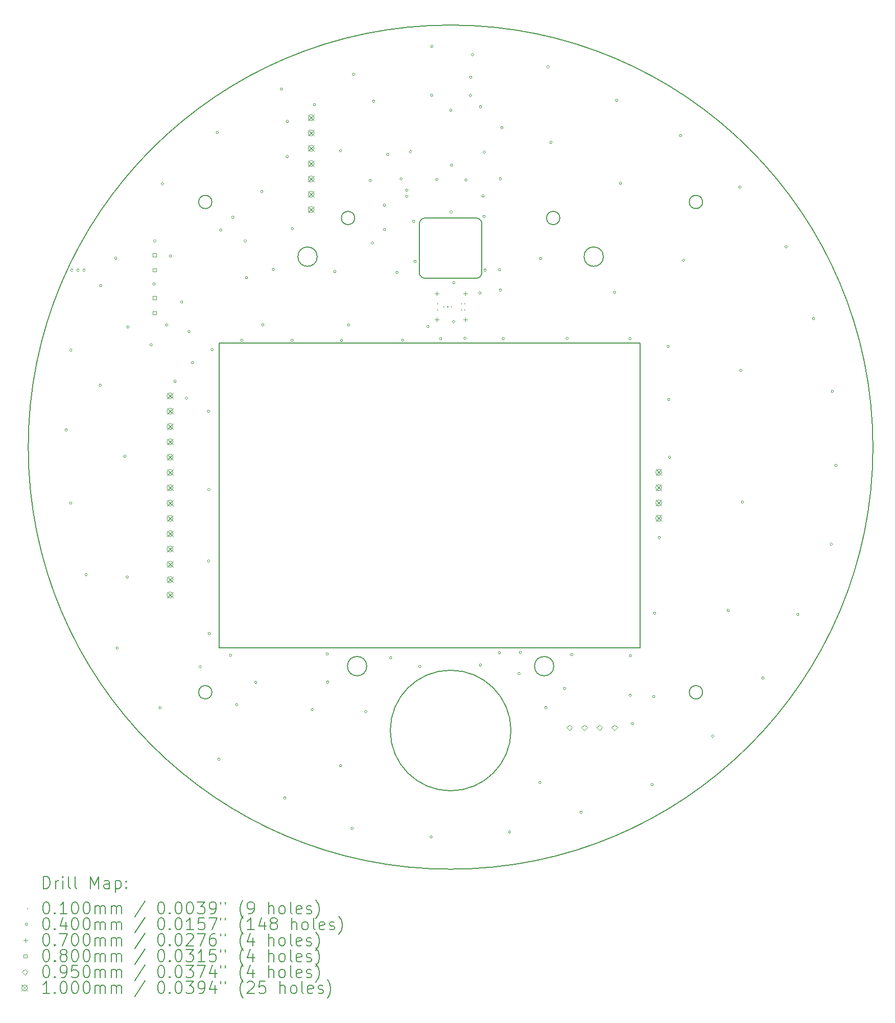
<source format=gbr>
%TF.GenerationSoftware,KiCad,Pcbnew,7.0.11*%
%TF.CreationDate,2025-01-20T02:06:32+09:00*%
%TF.ProjectId,IO,494f2e6b-6963-4616-945f-706362585858,rev?*%
%TF.SameCoordinates,Original*%
%TF.FileFunction,Drillmap*%
%TF.FilePolarity,Positive*%
%FSLAX45Y45*%
G04 Gerber Fmt 4.5, Leading zero omitted, Abs format (unit mm)*
G04 Created by KiCad (PCBNEW 7.0.11) date 2025-01-20 02:06:32*
%MOMM*%
%LPD*%
G01*
G04 APERTURE LIST*
%ADD10C,0.200000*%
%ADD11C,0.100000*%
G04 APERTURE END LIST*
D10*
X12116610Y-5796434D02*
G75*
G03*
X11796610Y-5796434I-160000J0D01*
G01*
X11796610Y-5796434D02*
G75*
G03*
X12116610Y-5796434I160000J0D01*
G01*
X14848036Y-5255364D02*
X14848036Y-6055364D01*
X13908036Y-5155364D02*
X14748036Y-5155364D01*
X12738036Y-5155364D02*
G75*
G03*
X12518036Y-5155364I-110000J0D01*
G01*
X12518036Y-5155364D02*
G75*
G03*
X12738036Y-5155364I110000J0D01*
G01*
X14848036Y-5255364D02*
G75*
G03*
X14748036Y-5155364I-99996J4D01*
G01*
X18503900Y-4889500D02*
G75*
G03*
X18283900Y-4889500I-110000J0D01*
G01*
X18283900Y-4889500D02*
G75*
G03*
X18503900Y-4889500I110000J0D01*
G01*
X13808036Y-6055364D02*
G75*
G03*
X13908036Y-6155364I100004J4D01*
G01*
X14748036Y-6155364D02*
X13908036Y-6155364D01*
X21328036Y-8955364D02*
G75*
G03*
X7328036Y-8955364I-7000000J0D01*
G01*
X7328036Y-8955364D02*
G75*
G03*
X21328036Y-8955364I7000000J0D01*
G01*
X17468036Y-7225364D02*
X17468036Y-12285364D01*
X13908036Y-5155356D02*
G75*
G03*
X13808036Y-5255364I4J-100004D01*
G01*
X16138036Y-5155364D02*
G75*
G03*
X15918036Y-5155364I-110000J0D01*
G01*
X15918036Y-5155364D02*
G75*
G03*
X16138036Y-5155364I110000J0D01*
G01*
X13808036Y-6055364D02*
X13808036Y-5255364D01*
X12938036Y-12588544D02*
G75*
G03*
X12618036Y-12588544I-160000J0D01*
G01*
X12618036Y-12588544D02*
G75*
G03*
X12938036Y-12588544I160000J0D01*
G01*
X18503900Y-13021228D02*
G75*
G03*
X18283900Y-13021228I-110000J0D01*
G01*
X18283900Y-13021228D02*
G75*
G03*
X18503900Y-13021228I110000J0D01*
G01*
X15328036Y-13655364D02*
G75*
G03*
X13328036Y-13655364I-1000000J0D01*
G01*
X13328036Y-13655364D02*
G75*
G03*
X15328036Y-13655364I1000000J0D01*
G01*
X10488036Y-12285364D02*
X10488036Y-7225364D01*
X17468036Y-12285364D02*
X10488036Y-12285364D01*
X16038036Y-12588544D02*
G75*
G03*
X15718036Y-12588544I-160000J0D01*
G01*
X15718036Y-12588544D02*
G75*
G03*
X16038036Y-12588544I160000J0D01*
G01*
X16859463Y-5796434D02*
G75*
G03*
X16539463Y-5796434I-160000J0D01*
G01*
X16539463Y-5796434D02*
G75*
G03*
X16859463Y-5796434I160000J0D01*
G01*
X14748036Y-6155356D02*
G75*
G03*
X14848036Y-6055364I4J99996D01*
G01*
X10488036Y-7225364D02*
X17468036Y-7225364D01*
X10372172Y-13021228D02*
G75*
G03*
X10152172Y-13021228I-110000J0D01*
G01*
X10152172Y-13021228D02*
G75*
G03*
X10372172Y-13021228I110000J0D01*
G01*
X10372172Y-4889500D02*
G75*
G03*
X10152172Y-4889500I-110000J0D01*
G01*
X10152172Y-4889500D02*
G75*
G03*
X10372172Y-4889500I110000J0D01*
G01*
D11*
X14106000Y-6567000D02*
X14116000Y-6577000D01*
X14116000Y-6567000D02*
X14106000Y-6577000D01*
X14106000Y-6671000D02*
X14116000Y-6681000D01*
X14116000Y-6671000D02*
X14106000Y-6681000D01*
X14206000Y-6617000D02*
X14216000Y-6627000D01*
X14216000Y-6617000D02*
X14206000Y-6627000D01*
X14271000Y-6617000D02*
X14281000Y-6627000D01*
X14281000Y-6617000D02*
X14271000Y-6627000D01*
X14332000Y-6617000D02*
X14342000Y-6627000D01*
X14342000Y-6617000D02*
X14332000Y-6627000D01*
X14505999Y-6671000D02*
X14515999Y-6681000D01*
X14515999Y-6671000D02*
X14505999Y-6681000D01*
X14506000Y-6567000D02*
X14516000Y-6577000D01*
X14516000Y-6567000D02*
X14506000Y-6577000D01*
X14556000Y-6671000D02*
X14566000Y-6681000D01*
X14566000Y-6671000D02*
X14556000Y-6681000D01*
X14556000Y-6566000D02*
X14566000Y-6576000D01*
X14566000Y-6566000D02*
X14556000Y-6576000D01*
X7976000Y-8671000D02*
G75*
G03*
X7936000Y-8671000I-20000J0D01*
G01*
X7936000Y-8671000D02*
G75*
G03*
X7976000Y-8671000I20000J0D01*
G01*
X8051000Y-9882000D02*
G75*
G03*
X8011000Y-9882000I-20000J0D01*
G01*
X8011000Y-9882000D02*
G75*
G03*
X8051000Y-9882000I20000J0D01*
G01*
X8055000Y-7348000D02*
G75*
G03*
X8015000Y-7348000I-20000J0D01*
G01*
X8015000Y-7348000D02*
G75*
G03*
X8055000Y-7348000I20000J0D01*
G01*
X8071800Y-6019800D02*
G75*
G03*
X8031800Y-6019800I-20000J0D01*
G01*
X8031800Y-6019800D02*
G75*
G03*
X8071800Y-6019800I20000J0D01*
G01*
X8173400Y-6019800D02*
G75*
G03*
X8133400Y-6019800I-20000J0D01*
G01*
X8133400Y-6019800D02*
G75*
G03*
X8173400Y-6019800I20000J0D01*
G01*
X8275000Y-6019800D02*
G75*
G03*
X8235000Y-6019800I-20000J0D01*
G01*
X8235000Y-6019800D02*
G75*
G03*
X8275000Y-6019800I20000J0D01*
G01*
X8310000Y-11072000D02*
G75*
G03*
X8270000Y-11072000I-20000J0D01*
G01*
X8270000Y-11072000D02*
G75*
G03*
X8310000Y-11072000I20000J0D01*
G01*
X8540000Y-7930000D02*
G75*
G03*
X8500000Y-7930000I-20000J0D01*
G01*
X8500000Y-7930000D02*
G75*
G03*
X8540000Y-7930000I20000J0D01*
G01*
X8548000Y-6277000D02*
G75*
G03*
X8508000Y-6277000I-20000J0D01*
G01*
X8508000Y-6277000D02*
G75*
G03*
X8548000Y-6277000I20000J0D01*
G01*
X8800000Y-5823000D02*
G75*
G03*
X8760000Y-5823000I-20000J0D01*
G01*
X8760000Y-5823000D02*
G75*
G03*
X8800000Y-5823000I20000J0D01*
G01*
X8822000Y-12287000D02*
G75*
G03*
X8782000Y-12287000I-20000J0D01*
G01*
X8782000Y-12287000D02*
G75*
G03*
X8822000Y-12287000I20000J0D01*
G01*
X8948000Y-9108000D02*
G75*
G03*
X8908000Y-9108000I-20000J0D01*
G01*
X8908000Y-9108000D02*
G75*
G03*
X8948000Y-9108000I20000J0D01*
G01*
X8988000Y-11110000D02*
G75*
G03*
X8948000Y-11110000I-20000J0D01*
G01*
X8948000Y-11110000D02*
G75*
G03*
X8988000Y-11110000I20000J0D01*
G01*
X9000000Y-6962000D02*
G75*
G03*
X8960000Y-6962000I-20000J0D01*
G01*
X8960000Y-6962000D02*
G75*
G03*
X9000000Y-6962000I20000J0D01*
G01*
X9385000Y-7258000D02*
G75*
G03*
X9345000Y-7258000I-20000J0D01*
G01*
X9345000Y-7258000D02*
G75*
G03*
X9385000Y-7258000I20000J0D01*
G01*
X9431000Y-6247000D02*
G75*
G03*
X9391000Y-6247000I-20000J0D01*
G01*
X9391000Y-6247000D02*
G75*
G03*
X9431000Y-6247000I20000J0D01*
G01*
X9445000Y-5535000D02*
G75*
G03*
X9405000Y-5535000I-20000J0D01*
G01*
X9405000Y-5535000D02*
G75*
G03*
X9445000Y-5535000I20000J0D01*
G01*
X9533000Y-13278000D02*
G75*
G03*
X9493000Y-13278000I-20000J0D01*
G01*
X9493000Y-13278000D02*
G75*
G03*
X9533000Y-13278000I20000J0D01*
G01*
X9572000Y-4589000D02*
G75*
G03*
X9532000Y-4589000I-20000J0D01*
G01*
X9532000Y-4589000D02*
G75*
G03*
X9572000Y-4589000I20000J0D01*
G01*
X9644000Y-6929000D02*
G75*
G03*
X9604000Y-6929000I-20000J0D01*
G01*
X9604000Y-6929000D02*
G75*
G03*
X9644000Y-6929000I20000J0D01*
G01*
X9704000Y-5787000D02*
G75*
G03*
X9664000Y-5787000I-20000J0D01*
G01*
X9664000Y-5787000D02*
G75*
G03*
X9704000Y-5787000I20000J0D01*
G01*
X9779000Y-7863000D02*
G75*
G03*
X9739000Y-7863000I-20000J0D01*
G01*
X9739000Y-7863000D02*
G75*
G03*
X9779000Y-7863000I20000J0D01*
G01*
X9891000Y-6547000D02*
G75*
G03*
X9851000Y-6547000I-20000J0D01*
G01*
X9851000Y-6547000D02*
G75*
G03*
X9891000Y-6547000I20000J0D01*
G01*
X9971000Y-8144000D02*
G75*
G03*
X9931000Y-8144000I-20000J0D01*
G01*
X9931000Y-8144000D02*
G75*
G03*
X9971000Y-8144000I20000J0D01*
G01*
X10011998Y-7036997D02*
G75*
G03*
X9971998Y-7036997I-20000J0D01*
G01*
X9971998Y-7036997D02*
G75*
G03*
X10011998Y-7036997I20000J0D01*
G01*
X10071000Y-7555000D02*
G75*
G03*
X10031000Y-7555000I-20000J0D01*
G01*
X10031000Y-7555000D02*
G75*
G03*
X10071000Y-7555000I20000J0D01*
G01*
X10197000Y-12598000D02*
G75*
G03*
X10157000Y-12598000I-20000J0D01*
G01*
X10157000Y-12598000D02*
G75*
G03*
X10197000Y-12598000I20000J0D01*
G01*
X10335000Y-8360000D02*
G75*
G03*
X10295000Y-8360000I-20000J0D01*
G01*
X10295000Y-8360000D02*
G75*
G03*
X10335000Y-8360000I20000J0D01*
G01*
X10336000Y-10845000D02*
G75*
G03*
X10296000Y-10845000I-20000J0D01*
G01*
X10296000Y-10845000D02*
G75*
G03*
X10336000Y-10845000I20000J0D01*
G01*
X10342000Y-9659000D02*
G75*
G03*
X10302000Y-9659000I-20000J0D01*
G01*
X10302000Y-9659000D02*
G75*
G03*
X10342000Y-9659000I20000J0D01*
G01*
X10348000Y-12047000D02*
G75*
G03*
X10308000Y-12047000I-20000J0D01*
G01*
X10308000Y-12047000D02*
G75*
G03*
X10348000Y-12047000I20000J0D01*
G01*
X10395000Y-7338000D02*
G75*
G03*
X10355000Y-7338000I-20000J0D01*
G01*
X10355000Y-7338000D02*
G75*
G03*
X10395000Y-7338000I20000J0D01*
G01*
X10480000Y-3738000D02*
G75*
G03*
X10440000Y-3738000I-20000J0D01*
G01*
X10440000Y-3738000D02*
G75*
G03*
X10480000Y-3738000I20000J0D01*
G01*
X10506000Y-14132000D02*
G75*
G03*
X10466000Y-14132000I-20000J0D01*
G01*
X10466000Y-14132000D02*
G75*
G03*
X10506000Y-14132000I20000J0D01*
G01*
X10535000Y-5354000D02*
G75*
G03*
X10495000Y-5354000I-20000J0D01*
G01*
X10495000Y-5354000D02*
G75*
G03*
X10535000Y-5354000I20000J0D01*
G01*
X10701000Y-12408000D02*
G75*
G03*
X10661000Y-12408000I-20000J0D01*
G01*
X10661000Y-12408000D02*
G75*
G03*
X10701000Y-12408000I20000J0D01*
G01*
X10739000Y-5143000D02*
G75*
G03*
X10699000Y-5143000I-20000J0D01*
G01*
X10699000Y-5143000D02*
G75*
G03*
X10739000Y-5143000I20000J0D01*
G01*
X10804000Y-13227000D02*
G75*
G03*
X10764000Y-13227000I-20000J0D01*
G01*
X10764000Y-13227000D02*
G75*
G03*
X10804000Y-13227000I20000J0D01*
G01*
X10886000Y-7184000D02*
G75*
G03*
X10846000Y-7184000I-20000J0D01*
G01*
X10846000Y-7184000D02*
G75*
G03*
X10886000Y-7184000I20000J0D01*
G01*
X10944000Y-5535000D02*
G75*
G03*
X10904000Y-5535000I-20000J0D01*
G01*
X10904000Y-5535000D02*
G75*
G03*
X10944000Y-5535000I20000J0D01*
G01*
X10964000Y-6144000D02*
G75*
G03*
X10924000Y-6144000I-20000J0D01*
G01*
X10924000Y-6144000D02*
G75*
G03*
X10964000Y-6144000I20000J0D01*
G01*
X11119000Y-12858000D02*
G75*
G03*
X11079000Y-12858000I-20000J0D01*
G01*
X11079000Y-12858000D02*
G75*
G03*
X11119000Y-12858000I20000J0D01*
G01*
X11221000Y-4716000D02*
G75*
G03*
X11181000Y-4716000I-20000J0D01*
G01*
X11181000Y-4716000D02*
G75*
G03*
X11221000Y-4716000I20000J0D01*
G01*
X11236000Y-6928000D02*
G75*
G03*
X11196000Y-6928000I-20000J0D01*
G01*
X11196000Y-6928000D02*
G75*
G03*
X11236000Y-6928000I20000J0D01*
G01*
X11410000Y-6007000D02*
G75*
G03*
X11370000Y-6007000I-20000J0D01*
G01*
X11370000Y-6007000D02*
G75*
G03*
X11410000Y-6007000I20000J0D01*
G01*
X11545000Y-3019000D02*
G75*
G03*
X11505000Y-3019000I-20000J0D01*
G01*
X11505000Y-3019000D02*
G75*
G03*
X11545000Y-3019000I20000J0D01*
G01*
X11600000Y-14776000D02*
G75*
G03*
X11560000Y-14776000I-20000J0D01*
G01*
X11560000Y-14776000D02*
G75*
G03*
X11600000Y-14776000I20000J0D01*
G01*
X11640000Y-4137000D02*
G75*
G03*
X11600000Y-4137000I-20000J0D01*
G01*
X11600000Y-4137000D02*
G75*
G03*
X11640000Y-4137000I20000J0D01*
G01*
X11642000Y-3554000D02*
G75*
G03*
X11602000Y-3554000I-20000J0D01*
G01*
X11602000Y-3554000D02*
G75*
G03*
X11642000Y-3554000I20000J0D01*
G01*
X11721000Y-7182000D02*
G75*
G03*
X11681000Y-7182000I-20000J0D01*
G01*
X11681000Y-7182000D02*
G75*
G03*
X11721000Y-7182000I20000J0D01*
G01*
X11725000Y-5333000D02*
G75*
G03*
X11685000Y-5333000I-20000J0D01*
G01*
X11685000Y-5333000D02*
G75*
G03*
X11725000Y-5333000I20000J0D01*
G01*
X12054000Y-13307000D02*
G75*
G03*
X12014000Y-13307000I-20000J0D01*
G01*
X12014000Y-13307000D02*
G75*
G03*
X12054000Y-13307000I20000J0D01*
G01*
X12091000Y-3272000D02*
G75*
G03*
X12051000Y-3272000I-20000J0D01*
G01*
X12051000Y-3272000D02*
G75*
G03*
X12091000Y-3272000I20000J0D01*
G01*
X12301000Y-12386000D02*
G75*
G03*
X12261000Y-12386000I-20000J0D01*
G01*
X12261000Y-12386000D02*
G75*
G03*
X12301000Y-12386000I20000J0D01*
G01*
X12312000Y-12853000D02*
G75*
G03*
X12272000Y-12853000I-20000J0D01*
G01*
X12272000Y-12853000D02*
G75*
G03*
X12312000Y-12853000I20000J0D01*
G01*
X12429000Y-6042000D02*
G75*
G03*
X12389000Y-6042000I-20000J0D01*
G01*
X12389000Y-6042000D02*
G75*
G03*
X12429000Y-6042000I20000J0D01*
G01*
X12523000Y-14239000D02*
G75*
G03*
X12483000Y-14239000I-20000J0D01*
G01*
X12483000Y-14239000D02*
G75*
G03*
X12523000Y-14239000I20000J0D01*
G01*
X12525000Y-4038000D02*
G75*
G03*
X12485000Y-4038000I-20000J0D01*
G01*
X12485000Y-4038000D02*
G75*
G03*
X12525000Y-4038000I20000J0D01*
G01*
X12541000Y-7185000D02*
G75*
G03*
X12501000Y-7185000I-20000J0D01*
G01*
X12501000Y-7185000D02*
G75*
G03*
X12541000Y-7185000I20000J0D01*
G01*
X12655000Y-6928000D02*
G75*
G03*
X12615000Y-6928000I-20000J0D01*
G01*
X12615000Y-6928000D02*
G75*
G03*
X12655000Y-6928000I20000J0D01*
G01*
X12715000Y-15279000D02*
G75*
G03*
X12675000Y-15279000I-20000J0D01*
G01*
X12675000Y-15279000D02*
G75*
G03*
X12715000Y-15279000I20000J0D01*
G01*
X12740000Y-2771000D02*
G75*
G03*
X12700000Y-2771000I-20000J0D01*
G01*
X12700000Y-2771000D02*
G75*
G03*
X12740000Y-2771000I20000J0D01*
G01*
X12943000Y-13343000D02*
G75*
G03*
X12903000Y-13343000I-20000J0D01*
G01*
X12903000Y-13343000D02*
G75*
G03*
X12943000Y-13343000I20000J0D01*
G01*
X13015000Y-4532000D02*
G75*
G03*
X12975000Y-4532000I-20000J0D01*
G01*
X12975000Y-4532000D02*
G75*
G03*
X13015000Y-4532000I20000J0D01*
G01*
X13052000Y-5570000D02*
G75*
G03*
X13012000Y-5570000I-20000J0D01*
G01*
X13012000Y-5570000D02*
G75*
G03*
X13052000Y-5570000I20000J0D01*
G01*
X13073000Y-3217000D02*
G75*
G03*
X13033000Y-3217000I-20000J0D01*
G01*
X13033000Y-3217000D02*
G75*
G03*
X13073000Y-3217000I20000J0D01*
G01*
X13251000Y-4943000D02*
G75*
G03*
X13211000Y-4943000I-20000J0D01*
G01*
X13211000Y-4943000D02*
G75*
G03*
X13251000Y-4943000I20000J0D01*
G01*
X13252000Y-5345000D02*
G75*
G03*
X13212000Y-5345000I-20000J0D01*
G01*
X13212000Y-5345000D02*
G75*
G03*
X13252000Y-5345000I20000J0D01*
G01*
X13305000Y-4101000D02*
G75*
G03*
X13265000Y-4101000I-20000J0D01*
G01*
X13265000Y-4101000D02*
G75*
G03*
X13305000Y-4101000I20000J0D01*
G01*
X13356000Y-12451000D02*
G75*
G03*
X13316000Y-12451000I-20000J0D01*
G01*
X13316000Y-12451000D02*
G75*
G03*
X13356000Y-12451000I20000J0D01*
G01*
X13459000Y-6059000D02*
G75*
G03*
X13419000Y-6059000I-20000J0D01*
G01*
X13419000Y-6059000D02*
G75*
G03*
X13459000Y-6059000I20000J0D01*
G01*
X13527000Y-4505000D02*
G75*
G03*
X13487000Y-4505000I-20000J0D01*
G01*
X13487000Y-4505000D02*
G75*
G03*
X13527000Y-4505000I20000J0D01*
G01*
X13555000Y-7182000D02*
G75*
G03*
X13515000Y-7182000I-20000J0D01*
G01*
X13515000Y-7182000D02*
G75*
G03*
X13555000Y-7182000I20000J0D01*
G01*
X13621000Y-4695000D02*
G75*
G03*
X13581000Y-4695000I-20000J0D01*
G01*
X13581000Y-4695000D02*
G75*
G03*
X13621000Y-4695000I20000J0D01*
G01*
X13621000Y-4797000D02*
G75*
G03*
X13581000Y-4797000I-20000J0D01*
G01*
X13581000Y-4797000D02*
G75*
G03*
X13621000Y-4797000I20000J0D01*
G01*
X13685000Y-4056000D02*
G75*
G03*
X13645000Y-4056000I-20000J0D01*
G01*
X13645000Y-4056000D02*
G75*
G03*
X13685000Y-4056000I20000J0D01*
G01*
X13736000Y-5209000D02*
G75*
G03*
X13696000Y-5209000I-20000J0D01*
G01*
X13696000Y-5209000D02*
G75*
G03*
X13736000Y-5209000I20000J0D01*
G01*
X13759000Y-5877000D02*
G75*
G03*
X13719000Y-5877000I-20000J0D01*
G01*
X13719000Y-5877000D02*
G75*
G03*
X13759000Y-5877000I20000J0D01*
G01*
X13838000Y-12591000D02*
G75*
G03*
X13798000Y-12591000I-20000J0D01*
G01*
X13798000Y-12591000D02*
G75*
G03*
X13838000Y-12591000I20000J0D01*
G01*
X13972000Y-6955000D02*
G75*
G03*
X13932000Y-6955000I-20000J0D01*
G01*
X13932000Y-6955000D02*
G75*
G03*
X13972000Y-6955000I20000J0D01*
G01*
X14025000Y-15420000D02*
G75*
G03*
X13985000Y-15420000I-20000J0D01*
G01*
X13985000Y-15420000D02*
G75*
G03*
X14025000Y-15420000I20000J0D01*
G01*
X14033000Y-3117000D02*
G75*
G03*
X13993000Y-3117000I-20000J0D01*
G01*
X13993000Y-3117000D02*
G75*
G03*
X14033000Y-3117000I20000J0D01*
G01*
X14037000Y-2308000D02*
G75*
G03*
X13997000Y-2308000I-20000J0D01*
G01*
X13997000Y-2308000D02*
G75*
G03*
X14037000Y-2308000I20000J0D01*
G01*
X14121000Y-4514000D02*
G75*
G03*
X14081000Y-4514000I-20000J0D01*
G01*
X14081000Y-4514000D02*
G75*
G03*
X14121000Y-4514000I20000J0D01*
G01*
X14183000Y-7158000D02*
G75*
G03*
X14143000Y-7158000I-20000J0D01*
G01*
X14143000Y-7158000D02*
G75*
G03*
X14183000Y-7158000I20000J0D01*
G01*
X14351000Y-3366000D02*
G75*
G03*
X14311000Y-3366000I-20000J0D01*
G01*
X14311000Y-3366000D02*
G75*
G03*
X14351000Y-3366000I20000J0D01*
G01*
X14355000Y-5053000D02*
G75*
G03*
X14315000Y-5053000I-20000J0D01*
G01*
X14315000Y-5053000D02*
G75*
G03*
X14355000Y-5053000I20000J0D01*
G01*
X14364000Y-4281000D02*
G75*
G03*
X14324000Y-4281000I-20000J0D01*
G01*
X14324000Y-4281000D02*
G75*
G03*
X14364000Y-4281000I20000J0D01*
G01*
X14398000Y-6875000D02*
G75*
G03*
X14358000Y-6875000I-20000J0D01*
G01*
X14358000Y-6875000D02*
G75*
G03*
X14398000Y-6875000I20000J0D01*
G01*
X14401000Y-6229000D02*
G75*
G03*
X14361000Y-6229000I-20000J0D01*
G01*
X14361000Y-6229000D02*
G75*
G03*
X14401000Y-6229000I20000J0D01*
G01*
X14586000Y-7149000D02*
G75*
G03*
X14546000Y-7149000I-20000J0D01*
G01*
X14546000Y-7149000D02*
G75*
G03*
X14586000Y-7149000I20000J0D01*
G01*
X14602000Y-4523000D02*
G75*
G03*
X14562000Y-4523000I-20000J0D01*
G01*
X14562000Y-4523000D02*
G75*
G03*
X14602000Y-4523000I20000J0D01*
G01*
X14678000Y-3123000D02*
G75*
G03*
X14638000Y-3123000I-20000J0D01*
G01*
X14638000Y-3123000D02*
G75*
G03*
X14678000Y-3123000I20000J0D01*
G01*
X14682000Y-2822000D02*
G75*
G03*
X14642000Y-2822000I-20000J0D01*
G01*
X14642000Y-2822000D02*
G75*
G03*
X14682000Y-2822000I20000J0D01*
G01*
X14710000Y-2446000D02*
G75*
G03*
X14670000Y-2446000I-20000J0D01*
G01*
X14670000Y-2446000D02*
G75*
G03*
X14710000Y-2446000I20000J0D01*
G01*
X14833000Y-6400000D02*
G75*
G03*
X14793000Y-6400000I-20000J0D01*
G01*
X14793000Y-6400000D02*
G75*
G03*
X14833000Y-6400000I20000J0D01*
G01*
X14841000Y-12570000D02*
G75*
G03*
X14801000Y-12570000I-20000J0D01*
G01*
X14801000Y-12570000D02*
G75*
G03*
X14841000Y-12570000I20000J0D01*
G01*
X14844000Y-3310000D02*
G75*
G03*
X14804000Y-3310000I-20000J0D01*
G01*
X14804000Y-3310000D02*
G75*
G03*
X14844000Y-3310000I20000J0D01*
G01*
X14884000Y-4790000D02*
G75*
G03*
X14844000Y-4790000I-20000J0D01*
G01*
X14844000Y-4790000D02*
G75*
G03*
X14884000Y-4790000I20000J0D01*
G01*
X14901000Y-5131000D02*
G75*
G03*
X14861000Y-5131000I-20000J0D01*
G01*
X14861000Y-5131000D02*
G75*
G03*
X14901000Y-5131000I20000J0D01*
G01*
X14907000Y-4062000D02*
G75*
G03*
X14867000Y-4062000I-20000J0D01*
G01*
X14867000Y-4062000D02*
G75*
G03*
X14907000Y-4062000I20000J0D01*
G01*
X14919000Y-6021000D02*
G75*
G03*
X14879000Y-6021000I-20000J0D01*
G01*
X14879000Y-6021000D02*
G75*
G03*
X14919000Y-6021000I20000J0D01*
G01*
X15158000Y-12368000D02*
G75*
G03*
X15118000Y-12368000I-20000J0D01*
G01*
X15118000Y-12368000D02*
G75*
G03*
X15158000Y-12368000I20000J0D01*
G01*
X15160000Y-6013000D02*
G75*
G03*
X15120000Y-6013000I-20000J0D01*
G01*
X15120000Y-6013000D02*
G75*
G03*
X15160000Y-6013000I20000J0D01*
G01*
X15171000Y-4504000D02*
G75*
G03*
X15131000Y-4504000I-20000J0D01*
G01*
X15131000Y-4504000D02*
G75*
G03*
X15171000Y-4504000I20000J0D01*
G01*
X15172000Y-6351000D02*
G75*
G03*
X15132000Y-6351000I-20000J0D01*
G01*
X15132000Y-6351000D02*
G75*
G03*
X15172000Y-6351000I20000J0D01*
G01*
X15197000Y-3657000D02*
G75*
G03*
X15157000Y-3657000I-20000J0D01*
G01*
X15157000Y-3657000D02*
G75*
G03*
X15197000Y-3657000I20000J0D01*
G01*
X15220000Y-7156000D02*
G75*
G03*
X15180000Y-7156000I-20000J0D01*
G01*
X15180000Y-7156000D02*
G75*
G03*
X15220000Y-7156000I20000J0D01*
G01*
X15322000Y-15339000D02*
G75*
G03*
X15282000Y-15339000I-20000J0D01*
G01*
X15282000Y-15339000D02*
G75*
G03*
X15322000Y-15339000I20000J0D01*
G01*
X15482000Y-12714000D02*
G75*
G03*
X15442000Y-12714000I-20000J0D01*
G01*
X15442000Y-12714000D02*
G75*
G03*
X15482000Y-12714000I20000J0D01*
G01*
X15504000Y-12360000D02*
G75*
G03*
X15464000Y-12360000I-20000J0D01*
G01*
X15464000Y-12360000D02*
G75*
G03*
X15504000Y-12360000I20000J0D01*
G01*
X15829000Y-14516000D02*
G75*
G03*
X15789000Y-14516000I-20000J0D01*
G01*
X15789000Y-14516000D02*
G75*
G03*
X15829000Y-14516000I20000J0D01*
G01*
X15837000Y-5826000D02*
G75*
G03*
X15797000Y-5826000I-20000J0D01*
G01*
X15797000Y-5826000D02*
G75*
G03*
X15837000Y-5826000I20000J0D01*
G01*
X15927000Y-13275000D02*
G75*
G03*
X15887000Y-13275000I-20000J0D01*
G01*
X15887000Y-13275000D02*
G75*
G03*
X15927000Y-13275000I20000J0D01*
G01*
X15965000Y-2649000D02*
G75*
G03*
X15925000Y-2649000I-20000J0D01*
G01*
X15925000Y-2649000D02*
G75*
G03*
X15965000Y-2649000I20000J0D01*
G01*
X16010000Y-3900000D02*
G75*
G03*
X15970000Y-3900000I-20000J0D01*
G01*
X15970000Y-3900000D02*
G75*
G03*
X16010000Y-3900000I20000J0D01*
G01*
X16238000Y-12957000D02*
G75*
G03*
X16198000Y-12957000I-20000J0D01*
G01*
X16198000Y-12957000D02*
G75*
G03*
X16238000Y-12957000I20000J0D01*
G01*
X16279000Y-7154000D02*
G75*
G03*
X16239000Y-7154000I-20000J0D01*
G01*
X16239000Y-7154000D02*
G75*
G03*
X16279000Y-7154000I20000J0D01*
G01*
X16356000Y-12397000D02*
G75*
G03*
X16316000Y-12397000I-20000J0D01*
G01*
X16316000Y-12397000D02*
G75*
G03*
X16356000Y-12397000I20000J0D01*
G01*
X16512000Y-15012000D02*
G75*
G03*
X16472000Y-15012000I-20000J0D01*
G01*
X16472000Y-15012000D02*
G75*
G03*
X16512000Y-15012000I20000J0D01*
G01*
X17064000Y-6388000D02*
G75*
G03*
X17024000Y-6388000I-20000J0D01*
G01*
X17024000Y-6388000D02*
G75*
G03*
X17064000Y-6388000I20000J0D01*
G01*
X17099000Y-3201000D02*
G75*
G03*
X17059000Y-3201000I-20000J0D01*
G01*
X17059000Y-3201000D02*
G75*
G03*
X17099000Y-3201000I20000J0D01*
G01*
X17163000Y-4579000D02*
G75*
G03*
X17123000Y-4579000I-20000J0D01*
G01*
X17123000Y-4579000D02*
G75*
G03*
X17163000Y-4579000I20000J0D01*
G01*
X17321000Y-7158000D02*
G75*
G03*
X17281000Y-7158000I-20000J0D01*
G01*
X17281000Y-7158000D02*
G75*
G03*
X17321000Y-7158000I20000J0D01*
G01*
X17325000Y-13072000D02*
G75*
G03*
X17285000Y-13072000I-20000J0D01*
G01*
X17285000Y-13072000D02*
G75*
G03*
X17325000Y-13072000I20000J0D01*
G01*
X17328000Y-12416000D02*
G75*
G03*
X17288000Y-12416000I-20000J0D01*
G01*
X17288000Y-12416000D02*
G75*
G03*
X17328000Y-12416000I20000J0D01*
G01*
X17360000Y-13541000D02*
G75*
G03*
X17320000Y-13541000I-20000J0D01*
G01*
X17320000Y-13541000D02*
G75*
G03*
X17360000Y-13541000I20000J0D01*
G01*
X17689000Y-14551000D02*
G75*
G03*
X17649000Y-14551000I-20000J0D01*
G01*
X17649000Y-14551000D02*
G75*
G03*
X17689000Y-14551000I20000J0D01*
G01*
X17716000Y-13091000D02*
G75*
G03*
X17676000Y-13091000I-20000J0D01*
G01*
X17676000Y-13091000D02*
G75*
G03*
X17716000Y-13091000I20000J0D01*
G01*
X17730000Y-11712000D02*
G75*
G03*
X17690000Y-11712000I-20000J0D01*
G01*
X17690000Y-11712000D02*
G75*
G03*
X17730000Y-11712000I20000J0D01*
G01*
X17807000Y-10456000D02*
G75*
G03*
X17767000Y-10456000I-20000J0D01*
G01*
X17767000Y-10456000D02*
G75*
G03*
X17807000Y-10456000I20000J0D01*
G01*
X17954000Y-7283000D02*
G75*
G03*
X17914000Y-7283000I-20000J0D01*
G01*
X17914000Y-7283000D02*
G75*
G03*
X17954000Y-7283000I20000J0D01*
G01*
X17963000Y-8165000D02*
G75*
G03*
X17923000Y-8165000I-20000J0D01*
G01*
X17923000Y-8165000D02*
G75*
G03*
X17963000Y-8165000I20000J0D01*
G01*
X17977000Y-9124000D02*
G75*
G03*
X17937000Y-9124000I-20000J0D01*
G01*
X17937000Y-9124000D02*
G75*
G03*
X17977000Y-9124000I20000J0D01*
G01*
X18158000Y-3789000D02*
G75*
G03*
X18118000Y-3789000I-20000J0D01*
G01*
X18118000Y-3789000D02*
G75*
G03*
X18158000Y-3789000I20000J0D01*
G01*
X18209000Y-5858000D02*
G75*
G03*
X18169000Y-5858000I-20000J0D01*
G01*
X18169000Y-5858000D02*
G75*
G03*
X18209000Y-5858000I20000J0D01*
G01*
X18692000Y-13748000D02*
G75*
G03*
X18652000Y-13748000I-20000J0D01*
G01*
X18652000Y-13748000D02*
G75*
G03*
X18692000Y-13748000I20000J0D01*
G01*
X18949000Y-11662000D02*
G75*
G03*
X18909000Y-11662000I-20000J0D01*
G01*
X18909000Y-11662000D02*
G75*
G03*
X18949000Y-11662000I20000J0D01*
G01*
X19142000Y-4642000D02*
G75*
G03*
X19102000Y-4642000I-20000J0D01*
G01*
X19102000Y-4642000D02*
G75*
G03*
X19142000Y-4642000I20000J0D01*
G01*
X19158000Y-7683000D02*
G75*
G03*
X19118000Y-7683000I-20000J0D01*
G01*
X19118000Y-7683000D02*
G75*
G03*
X19158000Y-7683000I20000J0D01*
G01*
X19185000Y-9868000D02*
G75*
G03*
X19145000Y-9868000I-20000J0D01*
G01*
X19145000Y-9868000D02*
G75*
G03*
X19185000Y-9868000I20000J0D01*
G01*
X19524000Y-12786000D02*
G75*
G03*
X19484000Y-12786000I-20000J0D01*
G01*
X19484000Y-12786000D02*
G75*
G03*
X19524000Y-12786000I20000J0D01*
G01*
X19909000Y-5634000D02*
G75*
G03*
X19869000Y-5634000I-20000J0D01*
G01*
X19869000Y-5634000D02*
G75*
G03*
X19909000Y-5634000I20000J0D01*
G01*
X20101000Y-11730000D02*
G75*
G03*
X20061000Y-11730000I-20000J0D01*
G01*
X20061000Y-11730000D02*
G75*
G03*
X20101000Y-11730000I20000J0D01*
G01*
X20364000Y-6823000D02*
G75*
G03*
X20324000Y-6823000I-20000J0D01*
G01*
X20324000Y-6823000D02*
G75*
G03*
X20364000Y-6823000I20000J0D01*
G01*
X20657000Y-10565000D02*
G75*
G03*
X20617000Y-10565000I-20000J0D01*
G01*
X20617000Y-10565000D02*
G75*
G03*
X20657000Y-10565000I20000J0D01*
G01*
X20675000Y-8029000D02*
G75*
G03*
X20635000Y-8029000I-20000J0D01*
G01*
X20635000Y-8029000D02*
G75*
G03*
X20675000Y-8029000I20000J0D01*
G01*
X20733000Y-9259000D02*
G75*
G03*
X20693000Y-9259000I-20000J0D01*
G01*
X20693000Y-9259000D02*
G75*
G03*
X20733000Y-9259000I20000J0D01*
G01*
X14096000Y-6373500D02*
X14096000Y-6443500D01*
X14061000Y-6408500D02*
X14131000Y-6408500D01*
X14096000Y-6803500D02*
X14096000Y-6873500D01*
X14061000Y-6838500D02*
X14131000Y-6838500D01*
X14576000Y-6373500D02*
X14576000Y-6443500D01*
X14541000Y-6408500D02*
X14611000Y-6408500D01*
X14576000Y-6803500D02*
X14576000Y-6873500D01*
X14541000Y-6838500D02*
X14611000Y-6838500D01*
X9449685Y-5798084D02*
X9449685Y-5741515D01*
X9393116Y-5741515D01*
X9393116Y-5798084D01*
X9449685Y-5798084D01*
X9449685Y-6048084D02*
X9449685Y-5991515D01*
X9393116Y-5991515D01*
X9393116Y-6048084D01*
X9449685Y-6048084D01*
X9451685Y-6507284D02*
X9451685Y-6450715D01*
X9395116Y-6450715D01*
X9395116Y-6507284D01*
X9451685Y-6507284D01*
X9451685Y-6757284D02*
X9451685Y-6700715D01*
X9395116Y-6700715D01*
X9395116Y-6757284D01*
X9451685Y-6757284D01*
X16296000Y-13654000D02*
X16343500Y-13606500D01*
X16296000Y-13559000D01*
X16248500Y-13606500D01*
X16296000Y-13654000D01*
X16546000Y-13654000D02*
X16593500Y-13606500D01*
X16546000Y-13559000D01*
X16498500Y-13606500D01*
X16546000Y-13654000D01*
X16796000Y-13654000D02*
X16843500Y-13606500D01*
X16796000Y-13559000D01*
X16748500Y-13606500D01*
X16796000Y-13654000D01*
X17046000Y-13654000D02*
X17093500Y-13606500D01*
X17046000Y-13559000D01*
X16998500Y-13606500D01*
X17046000Y-13654000D01*
X9628000Y-8055000D02*
X9728000Y-8155000D01*
X9728000Y-8055000D02*
X9628000Y-8155000D01*
X9728000Y-8105000D02*
G75*
G03*
X9628000Y-8105000I-50000J0D01*
G01*
X9628000Y-8105000D02*
G75*
G03*
X9728000Y-8105000I50000J0D01*
G01*
X9628000Y-8309000D02*
X9728000Y-8409000D01*
X9728000Y-8309000D02*
X9628000Y-8409000D01*
X9728000Y-8359000D02*
G75*
G03*
X9628000Y-8359000I-50000J0D01*
G01*
X9628000Y-8359000D02*
G75*
G03*
X9728000Y-8359000I50000J0D01*
G01*
X9628000Y-8563000D02*
X9728000Y-8663000D01*
X9728000Y-8563000D02*
X9628000Y-8663000D01*
X9728000Y-8613000D02*
G75*
G03*
X9628000Y-8613000I-50000J0D01*
G01*
X9628000Y-8613000D02*
G75*
G03*
X9728000Y-8613000I50000J0D01*
G01*
X9628000Y-8817000D02*
X9728000Y-8917000D01*
X9728000Y-8817000D02*
X9628000Y-8917000D01*
X9728000Y-8867000D02*
G75*
G03*
X9628000Y-8867000I-50000J0D01*
G01*
X9628000Y-8867000D02*
G75*
G03*
X9728000Y-8867000I50000J0D01*
G01*
X9628000Y-9071000D02*
X9728000Y-9171000D01*
X9728000Y-9071000D02*
X9628000Y-9171000D01*
X9728000Y-9121000D02*
G75*
G03*
X9628000Y-9121000I-50000J0D01*
G01*
X9628000Y-9121000D02*
G75*
G03*
X9728000Y-9121000I50000J0D01*
G01*
X9628000Y-9325000D02*
X9728000Y-9425000D01*
X9728000Y-9325000D02*
X9628000Y-9425000D01*
X9728000Y-9375000D02*
G75*
G03*
X9628000Y-9375000I-50000J0D01*
G01*
X9628000Y-9375000D02*
G75*
G03*
X9728000Y-9375000I50000J0D01*
G01*
X9628000Y-9579000D02*
X9728000Y-9679000D01*
X9728000Y-9579000D02*
X9628000Y-9679000D01*
X9728000Y-9629000D02*
G75*
G03*
X9628000Y-9629000I-50000J0D01*
G01*
X9628000Y-9629000D02*
G75*
G03*
X9728000Y-9629000I50000J0D01*
G01*
X9628000Y-9833000D02*
X9728000Y-9933000D01*
X9728000Y-9833000D02*
X9628000Y-9933000D01*
X9728000Y-9883000D02*
G75*
G03*
X9628000Y-9883000I-50000J0D01*
G01*
X9628000Y-9883000D02*
G75*
G03*
X9728000Y-9883000I50000J0D01*
G01*
X9628000Y-10087000D02*
X9728000Y-10187000D01*
X9728000Y-10087000D02*
X9628000Y-10187000D01*
X9728000Y-10137000D02*
G75*
G03*
X9628000Y-10137000I-50000J0D01*
G01*
X9628000Y-10137000D02*
G75*
G03*
X9728000Y-10137000I50000J0D01*
G01*
X9628000Y-10341000D02*
X9728000Y-10441000D01*
X9728000Y-10341000D02*
X9628000Y-10441000D01*
X9728000Y-10391000D02*
G75*
G03*
X9628000Y-10391000I-50000J0D01*
G01*
X9628000Y-10391000D02*
G75*
G03*
X9728000Y-10391000I50000J0D01*
G01*
X9628000Y-10595000D02*
X9728000Y-10695000D01*
X9728000Y-10595000D02*
X9628000Y-10695000D01*
X9728000Y-10645000D02*
G75*
G03*
X9628000Y-10645000I-50000J0D01*
G01*
X9628000Y-10645000D02*
G75*
G03*
X9728000Y-10645000I50000J0D01*
G01*
X9628000Y-10849000D02*
X9728000Y-10949000D01*
X9728000Y-10849000D02*
X9628000Y-10949000D01*
X9728000Y-10899000D02*
G75*
G03*
X9628000Y-10899000I-50000J0D01*
G01*
X9628000Y-10899000D02*
G75*
G03*
X9728000Y-10899000I50000J0D01*
G01*
X9628000Y-11103000D02*
X9728000Y-11203000D01*
X9728000Y-11103000D02*
X9628000Y-11203000D01*
X9728000Y-11153000D02*
G75*
G03*
X9628000Y-11153000I-50000J0D01*
G01*
X9628000Y-11153000D02*
G75*
G03*
X9728000Y-11153000I50000J0D01*
G01*
X9628000Y-11357000D02*
X9728000Y-11457000D01*
X9728000Y-11357000D02*
X9628000Y-11457000D01*
X9728000Y-11407000D02*
G75*
G03*
X9628000Y-11407000I-50000J0D01*
G01*
X9628000Y-11407000D02*
G75*
G03*
X9728000Y-11407000I50000J0D01*
G01*
X11967000Y-3442000D02*
X12067000Y-3542000D01*
X12067000Y-3442000D02*
X11967000Y-3542000D01*
X12067000Y-3492000D02*
G75*
G03*
X11967000Y-3492000I-50000J0D01*
G01*
X11967000Y-3492000D02*
G75*
G03*
X12067000Y-3492000I50000J0D01*
G01*
X11967000Y-3696000D02*
X12067000Y-3796000D01*
X12067000Y-3696000D02*
X11967000Y-3796000D01*
X12067000Y-3746000D02*
G75*
G03*
X11967000Y-3746000I-50000J0D01*
G01*
X11967000Y-3746000D02*
G75*
G03*
X12067000Y-3746000I50000J0D01*
G01*
X11967000Y-3950000D02*
X12067000Y-4050000D01*
X12067000Y-3950000D02*
X11967000Y-4050000D01*
X12067000Y-4000000D02*
G75*
G03*
X11967000Y-4000000I-50000J0D01*
G01*
X11967000Y-4000000D02*
G75*
G03*
X12067000Y-4000000I50000J0D01*
G01*
X11967000Y-4204000D02*
X12067000Y-4304000D01*
X12067000Y-4204000D02*
X11967000Y-4304000D01*
X12067000Y-4254000D02*
G75*
G03*
X11967000Y-4254000I-50000J0D01*
G01*
X11967000Y-4254000D02*
G75*
G03*
X12067000Y-4254000I50000J0D01*
G01*
X11967000Y-4458000D02*
X12067000Y-4558000D01*
X12067000Y-4458000D02*
X11967000Y-4558000D01*
X12067000Y-4508000D02*
G75*
G03*
X11967000Y-4508000I-50000J0D01*
G01*
X11967000Y-4508000D02*
G75*
G03*
X12067000Y-4508000I50000J0D01*
G01*
X11967000Y-4712000D02*
X12067000Y-4812000D01*
X12067000Y-4712000D02*
X11967000Y-4812000D01*
X12067000Y-4762000D02*
G75*
G03*
X11967000Y-4762000I-50000J0D01*
G01*
X11967000Y-4762000D02*
G75*
G03*
X12067000Y-4762000I50000J0D01*
G01*
X11967000Y-4966000D02*
X12067000Y-5066000D01*
X12067000Y-4966000D02*
X11967000Y-5066000D01*
X12067000Y-5016000D02*
G75*
G03*
X11967000Y-5016000I-50000J0D01*
G01*
X11967000Y-5016000D02*
G75*
G03*
X12067000Y-5016000I50000J0D01*
G01*
X17728000Y-9324000D02*
X17828000Y-9424000D01*
X17828000Y-9324000D02*
X17728000Y-9424000D01*
X17828000Y-9374000D02*
G75*
G03*
X17728000Y-9374000I-50000J0D01*
G01*
X17728000Y-9374000D02*
G75*
G03*
X17828000Y-9374000I50000J0D01*
G01*
X17728000Y-9578000D02*
X17828000Y-9678000D01*
X17828000Y-9578000D02*
X17728000Y-9678000D01*
X17828000Y-9628000D02*
G75*
G03*
X17728000Y-9628000I-50000J0D01*
G01*
X17728000Y-9628000D02*
G75*
G03*
X17828000Y-9628000I50000J0D01*
G01*
X17728000Y-9832000D02*
X17828000Y-9932000D01*
X17828000Y-9832000D02*
X17728000Y-9932000D01*
X17828000Y-9882000D02*
G75*
G03*
X17728000Y-9882000I-50000J0D01*
G01*
X17728000Y-9882000D02*
G75*
G03*
X17828000Y-9882000I50000J0D01*
G01*
X17728000Y-10086000D02*
X17828000Y-10186000D01*
X17828000Y-10086000D02*
X17728000Y-10186000D01*
X17828000Y-10136000D02*
G75*
G03*
X17728000Y-10136000I-50000J0D01*
G01*
X17728000Y-10136000D02*
G75*
G03*
X17828000Y-10136000I50000J0D01*
G01*
D10*
X7578813Y-16276848D02*
X7578813Y-16076848D01*
X7578813Y-16076848D02*
X7626432Y-16076848D01*
X7626432Y-16076848D02*
X7655003Y-16086372D01*
X7655003Y-16086372D02*
X7674051Y-16105419D01*
X7674051Y-16105419D02*
X7683575Y-16124467D01*
X7683575Y-16124467D02*
X7693099Y-16162562D01*
X7693099Y-16162562D02*
X7693099Y-16191133D01*
X7693099Y-16191133D02*
X7683575Y-16229229D01*
X7683575Y-16229229D02*
X7674051Y-16248276D01*
X7674051Y-16248276D02*
X7655003Y-16267324D01*
X7655003Y-16267324D02*
X7626432Y-16276848D01*
X7626432Y-16276848D02*
X7578813Y-16276848D01*
X7778813Y-16276848D02*
X7778813Y-16143514D01*
X7778813Y-16181610D02*
X7788337Y-16162562D01*
X7788337Y-16162562D02*
X7797860Y-16153038D01*
X7797860Y-16153038D02*
X7816908Y-16143514D01*
X7816908Y-16143514D02*
X7835956Y-16143514D01*
X7902622Y-16276848D02*
X7902622Y-16143514D01*
X7902622Y-16076848D02*
X7893099Y-16086372D01*
X7893099Y-16086372D02*
X7902622Y-16095895D01*
X7902622Y-16095895D02*
X7912146Y-16086372D01*
X7912146Y-16086372D02*
X7902622Y-16076848D01*
X7902622Y-16076848D02*
X7902622Y-16095895D01*
X8026432Y-16276848D02*
X8007384Y-16267324D01*
X8007384Y-16267324D02*
X7997860Y-16248276D01*
X7997860Y-16248276D02*
X7997860Y-16076848D01*
X8131194Y-16276848D02*
X8112146Y-16267324D01*
X8112146Y-16267324D02*
X8102622Y-16248276D01*
X8102622Y-16248276D02*
X8102622Y-16076848D01*
X8359765Y-16276848D02*
X8359765Y-16076848D01*
X8359765Y-16076848D02*
X8426432Y-16219705D01*
X8426432Y-16219705D02*
X8493099Y-16076848D01*
X8493099Y-16076848D02*
X8493099Y-16276848D01*
X8674051Y-16276848D02*
X8674051Y-16172086D01*
X8674051Y-16172086D02*
X8664527Y-16153038D01*
X8664527Y-16153038D02*
X8645480Y-16143514D01*
X8645480Y-16143514D02*
X8607384Y-16143514D01*
X8607384Y-16143514D02*
X8588337Y-16153038D01*
X8674051Y-16267324D02*
X8655003Y-16276848D01*
X8655003Y-16276848D02*
X8607384Y-16276848D01*
X8607384Y-16276848D02*
X8588337Y-16267324D01*
X8588337Y-16267324D02*
X8578813Y-16248276D01*
X8578813Y-16248276D02*
X8578813Y-16229229D01*
X8578813Y-16229229D02*
X8588337Y-16210181D01*
X8588337Y-16210181D02*
X8607384Y-16200657D01*
X8607384Y-16200657D02*
X8655003Y-16200657D01*
X8655003Y-16200657D02*
X8674051Y-16191133D01*
X8769289Y-16143514D02*
X8769289Y-16343514D01*
X8769289Y-16153038D02*
X8788337Y-16143514D01*
X8788337Y-16143514D02*
X8826432Y-16143514D01*
X8826432Y-16143514D02*
X8845480Y-16153038D01*
X8845480Y-16153038D02*
X8855003Y-16162562D01*
X8855003Y-16162562D02*
X8864527Y-16181610D01*
X8864527Y-16181610D02*
X8864527Y-16238752D01*
X8864527Y-16238752D02*
X8855003Y-16257800D01*
X8855003Y-16257800D02*
X8845480Y-16267324D01*
X8845480Y-16267324D02*
X8826432Y-16276848D01*
X8826432Y-16276848D02*
X8788337Y-16276848D01*
X8788337Y-16276848D02*
X8769289Y-16267324D01*
X8950242Y-16257800D02*
X8959765Y-16267324D01*
X8959765Y-16267324D02*
X8950242Y-16276848D01*
X8950242Y-16276848D02*
X8940718Y-16267324D01*
X8940718Y-16267324D02*
X8950242Y-16257800D01*
X8950242Y-16257800D02*
X8950242Y-16276848D01*
X8950242Y-16153038D02*
X8959765Y-16162562D01*
X8959765Y-16162562D02*
X8950242Y-16172086D01*
X8950242Y-16172086D02*
X8940718Y-16162562D01*
X8940718Y-16162562D02*
X8950242Y-16153038D01*
X8950242Y-16153038D02*
X8950242Y-16172086D01*
D11*
X7308036Y-16600364D02*
X7318036Y-16610364D01*
X7318036Y-16600364D02*
X7308036Y-16610364D01*
D10*
X7616908Y-16496848D02*
X7635956Y-16496848D01*
X7635956Y-16496848D02*
X7655003Y-16506372D01*
X7655003Y-16506372D02*
X7664527Y-16515895D01*
X7664527Y-16515895D02*
X7674051Y-16534943D01*
X7674051Y-16534943D02*
X7683575Y-16573038D01*
X7683575Y-16573038D02*
X7683575Y-16620657D01*
X7683575Y-16620657D02*
X7674051Y-16658752D01*
X7674051Y-16658752D02*
X7664527Y-16677800D01*
X7664527Y-16677800D02*
X7655003Y-16687324D01*
X7655003Y-16687324D02*
X7635956Y-16696848D01*
X7635956Y-16696848D02*
X7616908Y-16696848D01*
X7616908Y-16696848D02*
X7597860Y-16687324D01*
X7597860Y-16687324D02*
X7588337Y-16677800D01*
X7588337Y-16677800D02*
X7578813Y-16658752D01*
X7578813Y-16658752D02*
X7569289Y-16620657D01*
X7569289Y-16620657D02*
X7569289Y-16573038D01*
X7569289Y-16573038D02*
X7578813Y-16534943D01*
X7578813Y-16534943D02*
X7588337Y-16515895D01*
X7588337Y-16515895D02*
X7597860Y-16506372D01*
X7597860Y-16506372D02*
X7616908Y-16496848D01*
X7769289Y-16677800D02*
X7778813Y-16687324D01*
X7778813Y-16687324D02*
X7769289Y-16696848D01*
X7769289Y-16696848D02*
X7759765Y-16687324D01*
X7759765Y-16687324D02*
X7769289Y-16677800D01*
X7769289Y-16677800D02*
X7769289Y-16696848D01*
X7969289Y-16696848D02*
X7855003Y-16696848D01*
X7912146Y-16696848D02*
X7912146Y-16496848D01*
X7912146Y-16496848D02*
X7893099Y-16525419D01*
X7893099Y-16525419D02*
X7874051Y-16544467D01*
X7874051Y-16544467D02*
X7855003Y-16553991D01*
X8093099Y-16496848D02*
X8112146Y-16496848D01*
X8112146Y-16496848D02*
X8131194Y-16506372D01*
X8131194Y-16506372D02*
X8140718Y-16515895D01*
X8140718Y-16515895D02*
X8150241Y-16534943D01*
X8150241Y-16534943D02*
X8159765Y-16573038D01*
X8159765Y-16573038D02*
X8159765Y-16620657D01*
X8159765Y-16620657D02*
X8150241Y-16658752D01*
X8150241Y-16658752D02*
X8140718Y-16677800D01*
X8140718Y-16677800D02*
X8131194Y-16687324D01*
X8131194Y-16687324D02*
X8112146Y-16696848D01*
X8112146Y-16696848D02*
X8093099Y-16696848D01*
X8093099Y-16696848D02*
X8074051Y-16687324D01*
X8074051Y-16687324D02*
X8064527Y-16677800D01*
X8064527Y-16677800D02*
X8055003Y-16658752D01*
X8055003Y-16658752D02*
X8045480Y-16620657D01*
X8045480Y-16620657D02*
X8045480Y-16573038D01*
X8045480Y-16573038D02*
X8055003Y-16534943D01*
X8055003Y-16534943D02*
X8064527Y-16515895D01*
X8064527Y-16515895D02*
X8074051Y-16506372D01*
X8074051Y-16506372D02*
X8093099Y-16496848D01*
X8283575Y-16496848D02*
X8302622Y-16496848D01*
X8302622Y-16496848D02*
X8321670Y-16506372D01*
X8321670Y-16506372D02*
X8331194Y-16515895D01*
X8331194Y-16515895D02*
X8340718Y-16534943D01*
X8340718Y-16534943D02*
X8350241Y-16573038D01*
X8350241Y-16573038D02*
X8350241Y-16620657D01*
X8350241Y-16620657D02*
X8340718Y-16658752D01*
X8340718Y-16658752D02*
X8331194Y-16677800D01*
X8331194Y-16677800D02*
X8321670Y-16687324D01*
X8321670Y-16687324D02*
X8302622Y-16696848D01*
X8302622Y-16696848D02*
X8283575Y-16696848D01*
X8283575Y-16696848D02*
X8264527Y-16687324D01*
X8264527Y-16687324D02*
X8255003Y-16677800D01*
X8255003Y-16677800D02*
X8245480Y-16658752D01*
X8245480Y-16658752D02*
X8235956Y-16620657D01*
X8235956Y-16620657D02*
X8235956Y-16573038D01*
X8235956Y-16573038D02*
X8245480Y-16534943D01*
X8245480Y-16534943D02*
X8255003Y-16515895D01*
X8255003Y-16515895D02*
X8264527Y-16506372D01*
X8264527Y-16506372D02*
X8283575Y-16496848D01*
X8435956Y-16696848D02*
X8435956Y-16563514D01*
X8435956Y-16582562D02*
X8445480Y-16573038D01*
X8445480Y-16573038D02*
X8464527Y-16563514D01*
X8464527Y-16563514D02*
X8493099Y-16563514D01*
X8493099Y-16563514D02*
X8512146Y-16573038D01*
X8512146Y-16573038D02*
X8521670Y-16592086D01*
X8521670Y-16592086D02*
X8521670Y-16696848D01*
X8521670Y-16592086D02*
X8531194Y-16573038D01*
X8531194Y-16573038D02*
X8550242Y-16563514D01*
X8550242Y-16563514D02*
X8578813Y-16563514D01*
X8578813Y-16563514D02*
X8597861Y-16573038D01*
X8597861Y-16573038D02*
X8607384Y-16592086D01*
X8607384Y-16592086D02*
X8607384Y-16696848D01*
X8702623Y-16696848D02*
X8702623Y-16563514D01*
X8702623Y-16582562D02*
X8712146Y-16573038D01*
X8712146Y-16573038D02*
X8731194Y-16563514D01*
X8731194Y-16563514D02*
X8759765Y-16563514D01*
X8759765Y-16563514D02*
X8778813Y-16573038D01*
X8778813Y-16573038D02*
X8788337Y-16592086D01*
X8788337Y-16592086D02*
X8788337Y-16696848D01*
X8788337Y-16592086D02*
X8797861Y-16573038D01*
X8797861Y-16573038D02*
X8816908Y-16563514D01*
X8816908Y-16563514D02*
X8845480Y-16563514D01*
X8845480Y-16563514D02*
X8864527Y-16573038D01*
X8864527Y-16573038D02*
X8874051Y-16592086D01*
X8874051Y-16592086D02*
X8874051Y-16696848D01*
X9264527Y-16487324D02*
X9093099Y-16744467D01*
X9521670Y-16496848D02*
X9540718Y-16496848D01*
X9540718Y-16496848D02*
X9559766Y-16506372D01*
X9559766Y-16506372D02*
X9569289Y-16515895D01*
X9569289Y-16515895D02*
X9578813Y-16534943D01*
X9578813Y-16534943D02*
X9588337Y-16573038D01*
X9588337Y-16573038D02*
X9588337Y-16620657D01*
X9588337Y-16620657D02*
X9578813Y-16658752D01*
X9578813Y-16658752D02*
X9569289Y-16677800D01*
X9569289Y-16677800D02*
X9559766Y-16687324D01*
X9559766Y-16687324D02*
X9540718Y-16696848D01*
X9540718Y-16696848D02*
X9521670Y-16696848D01*
X9521670Y-16696848D02*
X9502623Y-16687324D01*
X9502623Y-16687324D02*
X9493099Y-16677800D01*
X9493099Y-16677800D02*
X9483575Y-16658752D01*
X9483575Y-16658752D02*
X9474051Y-16620657D01*
X9474051Y-16620657D02*
X9474051Y-16573038D01*
X9474051Y-16573038D02*
X9483575Y-16534943D01*
X9483575Y-16534943D02*
X9493099Y-16515895D01*
X9493099Y-16515895D02*
X9502623Y-16506372D01*
X9502623Y-16506372D02*
X9521670Y-16496848D01*
X9674051Y-16677800D02*
X9683575Y-16687324D01*
X9683575Y-16687324D02*
X9674051Y-16696848D01*
X9674051Y-16696848D02*
X9664527Y-16687324D01*
X9664527Y-16687324D02*
X9674051Y-16677800D01*
X9674051Y-16677800D02*
X9674051Y-16696848D01*
X9807385Y-16496848D02*
X9826432Y-16496848D01*
X9826432Y-16496848D02*
X9845480Y-16506372D01*
X9845480Y-16506372D02*
X9855004Y-16515895D01*
X9855004Y-16515895D02*
X9864527Y-16534943D01*
X9864527Y-16534943D02*
X9874051Y-16573038D01*
X9874051Y-16573038D02*
X9874051Y-16620657D01*
X9874051Y-16620657D02*
X9864527Y-16658752D01*
X9864527Y-16658752D02*
X9855004Y-16677800D01*
X9855004Y-16677800D02*
X9845480Y-16687324D01*
X9845480Y-16687324D02*
X9826432Y-16696848D01*
X9826432Y-16696848D02*
X9807385Y-16696848D01*
X9807385Y-16696848D02*
X9788337Y-16687324D01*
X9788337Y-16687324D02*
X9778813Y-16677800D01*
X9778813Y-16677800D02*
X9769289Y-16658752D01*
X9769289Y-16658752D02*
X9759766Y-16620657D01*
X9759766Y-16620657D02*
X9759766Y-16573038D01*
X9759766Y-16573038D02*
X9769289Y-16534943D01*
X9769289Y-16534943D02*
X9778813Y-16515895D01*
X9778813Y-16515895D02*
X9788337Y-16506372D01*
X9788337Y-16506372D02*
X9807385Y-16496848D01*
X9997861Y-16496848D02*
X10016908Y-16496848D01*
X10016908Y-16496848D02*
X10035956Y-16506372D01*
X10035956Y-16506372D02*
X10045480Y-16515895D01*
X10045480Y-16515895D02*
X10055004Y-16534943D01*
X10055004Y-16534943D02*
X10064527Y-16573038D01*
X10064527Y-16573038D02*
X10064527Y-16620657D01*
X10064527Y-16620657D02*
X10055004Y-16658752D01*
X10055004Y-16658752D02*
X10045480Y-16677800D01*
X10045480Y-16677800D02*
X10035956Y-16687324D01*
X10035956Y-16687324D02*
X10016908Y-16696848D01*
X10016908Y-16696848D02*
X9997861Y-16696848D01*
X9997861Y-16696848D02*
X9978813Y-16687324D01*
X9978813Y-16687324D02*
X9969289Y-16677800D01*
X9969289Y-16677800D02*
X9959766Y-16658752D01*
X9959766Y-16658752D02*
X9950242Y-16620657D01*
X9950242Y-16620657D02*
X9950242Y-16573038D01*
X9950242Y-16573038D02*
X9959766Y-16534943D01*
X9959766Y-16534943D02*
X9969289Y-16515895D01*
X9969289Y-16515895D02*
X9978813Y-16506372D01*
X9978813Y-16506372D02*
X9997861Y-16496848D01*
X10131194Y-16496848D02*
X10255004Y-16496848D01*
X10255004Y-16496848D02*
X10188337Y-16573038D01*
X10188337Y-16573038D02*
X10216908Y-16573038D01*
X10216908Y-16573038D02*
X10235956Y-16582562D01*
X10235956Y-16582562D02*
X10245480Y-16592086D01*
X10245480Y-16592086D02*
X10255004Y-16611133D01*
X10255004Y-16611133D02*
X10255004Y-16658752D01*
X10255004Y-16658752D02*
X10245480Y-16677800D01*
X10245480Y-16677800D02*
X10235956Y-16687324D01*
X10235956Y-16687324D02*
X10216908Y-16696848D01*
X10216908Y-16696848D02*
X10159766Y-16696848D01*
X10159766Y-16696848D02*
X10140718Y-16687324D01*
X10140718Y-16687324D02*
X10131194Y-16677800D01*
X10350242Y-16696848D02*
X10388337Y-16696848D01*
X10388337Y-16696848D02*
X10407385Y-16687324D01*
X10407385Y-16687324D02*
X10416908Y-16677800D01*
X10416908Y-16677800D02*
X10435956Y-16649229D01*
X10435956Y-16649229D02*
X10445480Y-16611133D01*
X10445480Y-16611133D02*
X10445480Y-16534943D01*
X10445480Y-16534943D02*
X10435956Y-16515895D01*
X10435956Y-16515895D02*
X10426432Y-16506372D01*
X10426432Y-16506372D02*
X10407385Y-16496848D01*
X10407385Y-16496848D02*
X10369289Y-16496848D01*
X10369289Y-16496848D02*
X10350242Y-16506372D01*
X10350242Y-16506372D02*
X10340718Y-16515895D01*
X10340718Y-16515895D02*
X10331194Y-16534943D01*
X10331194Y-16534943D02*
X10331194Y-16582562D01*
X10331194Y-16582562D02*
X10340718Y-16601610D01*
X10340718Y-16601610D02*
X10350242Y-16611133D01*
X10350242Y-16611133D02*
X10369289Y-16620657D01*
X10369289Y-16620657D02*
X10407385Y-16620657D01*
X10407385Y-16620657D02*
X10426432Y-16611133D01*
X10426432Y-16611133D02*
X10435956Y-16601610D01*
X10435956Y-16601610D02*
X10445480Y-16582562D01*
X10521670Y-16496848D02*
X10521670Y-16534943D01*
X10597861Y-16496848D02*
X10597861Y-16534943D01*
X10893099Y-16773038D02*
X10883575Y-16763514D01*
X10883575Y-16763514D02*
X10864528Y-16734943D01*
X10864528Y-16734943D02*
X10855004Y-16715895D01*
X10855004Y-16715895D02*
X10845480Y-16687324D01*
X10845480Y-16687324D02*
X10835956Y-16639705D01*
X10835956Y-16639705D02*
X10835956Y-16601610D01*
X10835956Y-16601610D02*
X10845480Y-16553991D01*
X10845480Y-16553991D02*
X10855004Y-16525419D01*
X10855004Y-16525419D02*
X10864528Y-16506372D01*
X10864528Y-16506372D02*
X10883575Y-16477800D01*
X10883575Y-16477800D02*
X10893099Y-16468276D01*
X10978813Y-16696848D02*
X11016908Y-16696848D01*
X11016908Y-16696848D02*
X11035956Y-16687324D01*
X11035956Y-16687324D02*
X11045480Y-16677800D01*
X11045480Y-16677800D02*
X11064528Y-16649229D01*
X11064528Y-16649229D02*
X11074051Y-16611133D01*
X11074051Y-16611133D02*
X11074051Y-16534943D01*
X11074051Y-16534943D02*
X11064528Y-16515895D01*
X11064528Y-16515895D02*
X11055004Y-16506372D01*
X11055004Y-16506372D02*
X11035956Y-16496848D01*
X11035956Y-16496848D02*
X10997861Y-16496848D01*
X10997861Y-16496848D02*
X10978813Y-16506372D01*
X10978813Y-16506372D02*
X10969289Y-16515895D01*
X10969289Y-16515895D02*
X10959766Y-16534943D01*
X10959766Y-16534943D02*
X10959766Y-16582562D01*
X10959766Y-16582562D02*
X10969289Y-16601610D01*
X10969289Y-16601610D02*
X10978813Y-16611133D01*
X10978813Y-16611133D02*
X10997861Y-16620657D01*
X10997861Y-16620657D02*
X11035956Y-16620657D01*
X11035956Y-16620657D02*
X11055004Y-16611133D01*
X11055004Y-16611133D02*
X11064528Y-16601610D01*
X11064528Y-16601610D02*
X11074051Y-16582562D01*
X11312147Y-16696848D02*
X11312147Y-16496848D01*
X11397861Y-16696848D02*
X11397861Y-16592086D01*
X11397861Y-16592086D02*
X11388337Y-16573038D01*
X11388337Y-16573038D02*
X11369289Y-16563514D01*
X11369289Y-16563514D02*
X11340718Y-16563514D01*
X11340718Y-16563514D02*
X11321670Y-16573038D01*
X11321670Y-16573038D02*
X11312147Y-16582562D01*
X11521670Y-16696848D02*
X11502623Y-16687324D01*
X11502623Y-16687324D02*
X11493099Y-16677800D01*
X11493099Y-16677800D02*
X11483575Y-16658752D01*
X11483575Y-16658752D02*
X11483575Y-16601610D01*
X11483575Y-16601610D02*
X11493099Y-16582562D01*
X11493099Y-16582562D02*
X11502623Y-16573038D01*
X11502623Y-16573038D02*
X11521670Y-16563514D01*
X11521670Y-16563514D02*
X11550242Y-16563514D01*
X11550242Y-16563514D02*
X11569289Y-16573038D01*
X11569289Y-16573038D02*
X11578813Y-16582562D01*
X11578813Y-16582562D02*
X11588337Y-16601610D01*
X11588337Y-16601610D02*
X11588337Y-16658752D01*
X11588337Y-16658752D02*
X11578813Y-16677800D01*
X11578813Y-16677800D02*
X11569289Y-16687324D01*
X11569289Y-16687324D02*
X11550242Y-16696848D01*
X11550242Y-16696848D02*
X11521670Y-16696848D01*
X11702623Y-16696848D02*
X11683575Y-16687324D01*
X11683575Y-16687324D02*
X11674051Y-16668276D01*
X11674051Y-16668276D02*
X11674051Y-16496848D01*
X11855004Y-16687324D02*
X11835956Y-16696848D01*
X11835956Y-16696848D02*
X11797861Y-16696848D01*
X11797861Y-16696848D02*
X11778813Y-16687324D01*
X11778813Y-16687324D02*
X11769289Y-16668276D01*
X11769289Y-16668276D02*
X11769289Y-16592086D01*
X11769289Y-16592086D02*
X11778813Y-16573038D01*
X11778813Y-16573038D02*
X11797861Y-16563514D01*
X11797861Y-16563514D02*
X11835956Y-16563514D01*
X11835956Y-16563514D02*
X11855004Y-16573038D01*
X11855004Y-16573038D02*
X11864528Y-16592086D01*
X11864528Y-16592086D02*
X11864528Y-16611133D01*
X11864528Y-16611133D02*
X11769289Y-16630181D01*
X11940718Y-16687324D02*
X11959766Y-16696848D01*
X11959766Y-16696848D02*
X11997861Y-16696848D01*
X11997861Y-16696848D02*
X12016909Y-16687324D01*
X12016909Y-16687324D02*
X12026432Y-16668276D01*
X12026432Y-16668276D02*
X12026432Y-16658752D01*
X12026432Y-16658752D02*
X12016909Y-16639705D01*
X12016909Y-16639705D02*
X11997861Y-16630181D01*
X11997861Y-16630181D02*
X11969289Y-16630181D01*
X11969289Y-16630181D02*
X11950242Y-16620657D01*
X11950242Y-16620657D02*
X11940718Y-16601610D01*
X11940718Y-16601610D02*
X11940718Y-16592086D01*
X11940718Y-16592086D02*
X11950242Y-16573038D01*
X11950242Y-16573038D02*
X11969289Y-16563514D01*
X11969289Y-16563514D02*
X11997861Y-16563514D01*
X11997861Y-16563514D02*
X12016909Y-16573038D01*
X12093099Y-16773038D02*
X12102623Y-16763514D01*
X12102623Y-16763514D02*
X12121670Y-16734943D01*
X12121670Y-16734943D02*
X12131194Y-16715895D01*
X12131194Y-16715895D02*
X12140718Y-16687324D01*
X12140718Y-16687324D02*
X12150242Y-16639705D01*
X12150242Y-16639705D02*
X12150242Y-16601610D01*
X12150242Y-16601610D02*
X12140718Y-16553991D01*
X12140718Y-16553991D02*
X12131194Y-16525419D01*
X12131194Y-16525419D02*
X12121670Y-16506372D01*
X12121670Y-16506372D02*
X12102623Y-16477800D01*
X12102623Y-16477800D02*
X12093099Y-16468276D01*
D11*
X7318036Y-16869364D02*
G75*
G03*
X7278036Y-16869364I-20000J0D01*
G01*
X7278036Y-16869364D02*
G75*
G03*
X7318036Y-16869364I20000J0D01*
G01*
D10*
X7616908Y-16760848D02*
X7635956Y-16760848D01*
X7635956Y-16760848D02*
X7655003Y-16770372D01*
X7655003Y-16770372D02*
X7664527Y-16779895D01*
X7664527Y-16779895D02*
X7674051Y-16798943D01*
X7674051Y-16798943D02*
X7683575Y-16837038D01*
X7683575Y-16837038D02*
X7683575Y-16884657D01*
X7683575Y-16884657D02*
X7674051Y-16922753D01*
X7674051Y-16922753D02*
X7664527Y-16941800D01*
X7664527Y-16941800D02*
X7655003Y-16951324D01*
X7655003Y-16951324D02*
X7635956Y-16960848D01*
X7635956Y-16960848D02*
X7616908Y-16960848D01*
X7616908Y-16960848D02*
X7597860Y-16951324D01*
X7597860Y-16951324D02*
X7588337Y-16941800D01*
X7588337Y-16941800D02*
X7578813Y-16922753D01*
X7578813Y-16922753D02*
X7569289Y-16884657D01*
X7569289Y-16884657D02*
X7569289Y-16837038D01*
X7569289Y-16837038D02*
X7578813Y-16798943D01*
X7578813Y-16798943D02*
X7588337Y-16779895D01*
X7588337Y-16779895D02*
X7597860Y-16770372D01*
X7597860Y-16770372D02*
X7616908Y-16760848D01*
X7769289Y-16941800D02*
X7778813Y-16951324D01*
X7778813Y-16951324D02*
X7769289Y-16960848D01*
X7769289Y-16960848D02*
X7759765Y-16951324D01*
X7759765Y-16951324D02*
X7769289Y-16941800D01*
X7769289Y-16941800D02*
X7769289Y-16960848D01*
X7950241Y-16827514D02*
X7950241Y-16960848D01*
X7902622Y-16751324D02*
X7855003Y-16894181D01*
X7855003Y-16894181D02*
X7978813Y-16894181D01*
X8093099Y-16760848D02*
X8112146Y-16760848D01*
X8112146Y-16760848D02*
X8131194Y-16770372D01*
X8131194Y-16770372D02*
X8140718Y-16779895D01*
X8140718Y-16779895D02*
X8150241Y-16798943D01*
X8150241Y-16798943D02*
X8159765Y-16837038D01*
X8159765Y-16837038D02*
X8159765Y-16884657D01*
X8159765Y-16884657D02*
X8150241Y-16922753D01*
X8150241Y-16922753D02*
X8140718Y-16941800D01*
X8140718Y-16941800D02*
X8131194Y-16951324D01*
X8131194Y-16951324D02*
X8112146Y-16960848D01*
X8112146Y-16960848D02*
X8093099Y-16960848D01*
X8093099Y-16960848D02*
X8074051Y-16951324D01*
X8074051Y-16951324D02*
X8064527Y-16941800D01*
X8064527Y-16941800D02*
X8055003Y-16922753D01*
X8055003Y-16922753D02*
X8045480Y-16884657D01*
X8045480Y-16884657D02*
X8045480Y-16837038D01*
X8045480Y-16837038D02*
X8055003Y-16798943D01*
X8055003Y-16798943D02*
X8064527Y-16779895D01*
X8064527Y-16779895D02*
X8074051Y-16770372D01*
X8074051Y-16770372D02*
X8093099Y-16760848D01*
X8283575Y-16760848D02*
X8302622Y-16760848D01*
X8302622Y-16760848D02*
X8321670Y-16770372D01*
X8321670Y-16770372D02*
X8331194Y-16779895D01*
X8331194Y-16779895D02*
X8340718Y-16798943D01*
X8340718Y-16798943D02*
X8350241Y-16837038D01*
X8350241Y-16837038D02*
X8350241Y-16884657D01*
X8350241Y-16884657D02*
X8340718Y-16922753D01*
X8340718Y-16922753D02*
X8331194Y-16941800D01*
X8331194Y-16941800D02*
X8321670Y-16951324D01*
X8321670Y-16951324D02*
X8302622Y-16960848D01*
X8302622Y-16960848D02*
X8283575Y-16960848D01*
X8283575Y-16960848D02*
X8264527Y-16951324D01*
X8264527Y-16951324D02*
X8255003Y-16941800D01*
X8255003Y-16941800D02*
X8245480Y-16922753D01*
X8245480Y-16922753D02*
X8235956Y-16884657D01*
X8235956Y-16884657D02*
X8235956Y-16837038D01*
X8235956Y-16837038D02*
X8245480Y-16798943D01*
X8245480Y-16798943D02*
X8255003Y-16779895D01*
X8255003Y-16779895D02*
X8264527Y-16770372D01*
X8264527Y-16770372D02*
X8283575Y-16760848D01*
X8435956Y-16960848D02*
X8435956Y-16827514D01*
X8435956Y-16846562D02*
X8445480Y-16837038D01*
X8445480Y-16837038D02*
X8464527Y-16827514D01*
X8464527Y-16827514D02*
X8493099Y-16827514D01*
X8493099Y-16827514D02*
X8512146Y-16837038D01*
X8512146Y-16837038D02*
X8521670Y-16856086D01*
X8521670Y-16856086D02*
X8521670Y-16960848D01*
X8521670Y-16856086D02*
X8531194Y-16837038D01*
X8531194Y-16837038D02*
X8550242Y-16827514D01*
X8550242Y-16827514D02*
X8578813Y-16827514D01*
X8578813Y-16827514D02*
X8597861Y-16837038D01*
X8597861Y-16837038D02*
X8607384Y-16856086D01*
X8607384Y-16856086D02*
X8607384Y-16960848D01*
X8702623Y-16960848D02*
X8702623Y-16827514D01*
X8702623Y-16846562D02*
X8712146Y-16837038D01*
X8712146Y-16837038D02*
X8731194Y-16827514D01*
X8731194Y-16827514D02*
X8759765Y-16827514D01*
X8759765Y-16827514D02*
X8778813Y-16837038D01*
X8778813Y-16837038D02*
X8788337Y-16856086D01*
X8788337Y-16856086D02*
X8788337Y-16960848D01*
X8788337Y-16856086D02*
X8797861Y-16837038D01*
X8797861Y-16837038D02*
X8816908Y-16827514D01*
X8816908Y-16827514D02*
X8845480Y-16827514D01*
X8845480Y-16827514D02*
X8864527Y-16837038D01*
X8864527Y-16837038D02*
X8874051Y-16856086D01*
X8874051Y-16856086D02*
X8874051Y-16960848D01*
X9264527Y-16751324D02*
X9093099Y-17008467D01*
X9521670Y-16760848D02*
X9540718Y-16760848D01*
X9540718Y-16760848D02*
X9559766Y-16770372D01*
X9559766Y-16770372D02*
X9569289Y-16779895D01*
X9569289Y-16779895D02*
X9578813Y-16798943D01*
X9578813Y-16798943D02*
X9588337Y-16837038D01*
X9588337Y-16837038D02*
X9588337Y-16884657D01*
X9588337Y-16884657D02*
X9578813Y-16922753D01*
X9578813Y-16922753D02*
X9569289Y-16941800D01*
X9569289Y-16941800D02*
X9559766Y-16951324D01*
X9559766Y-16951324D02*
X9540718Y-16960848D01*
X9540718Y-16960848D02*
X9521670Y-16960848D01*
X9521670Y-16960848D02*
X9502623Y-16951324D01*
X9502623Y-16951324D02*
X9493099Y-16941800D01*
X9493099Y-16941800D02*
X9483575Y-16922753D01*
X9483575Y-16922753D02*
X9474051Y-16884657D01*
X9474051Y-16884657D02*
X9474051Y-16837038D01*
X9474051Y-16837038D02*
X9483575Y-16798943D01*
X9483575Y-16798943D02*
X9493099Y-16779895D01*
X9493099Y-16779895D02*
X9502623Y-16770372D01*
X9502623Y-16770372D02*
X9521670Y-16760848D01*
X9674051Y-16941800D02*
X9683575Y-16951324D01*
X9683575Y-16951324D02*
X9674051Y-16960848D01*
X9674051Y-16960848D02*
X9664527Y-16951324D01*
X9664527Y-16951324D02*
X9674051Y-16941800D01*
X9674051Y-16941800D02*
X9674051Y-16960848D01*
X9807385Y-16760848D02*
X9826432Y-16760848D01*
X9826432Y-16760848D02*
X9845480Y-16770372D01*
X9845480Y-16770372D02*
X9855004Y-16779895D01*
X9855004Y-16779895D02*
X9864527Y-16798943D01*
X9864527Y-16798943D02*
X9874051Y-16837038D01*
X9874051Y-16837038D02*
X9874051Y-16884657D01*
X9874051Y-16884657D02*
X9864527Y-16922753D01*
X9864527Y-16922753D02*
X9855004Y-16941800D01*
X9855004Y-16941800D02*
X9845480Y-16951324D01*
X9845480Y-16951324D02*
X9826432Y-16960848D01*
X9826432Y-16960848D02*
X9807385Y-16960848D01*
X9807385Y-16960848D02*
X9788337Y-16951324D01*
X9788337Y-16951324D02*
X9778813Y-16941800D01*
X9778813Y-16941800D02*
X9769289Y-16922753D01*
X9769289Y-16922753D02*
X9759766Y-16884657D01*
X9759766Y-16884657D02*
X9759766Y-16837038D01*
X9759766Y-16837038D02*
X9769289Y-16798943D01*
X9769289Y-16798943D02*
X9778813Y-16779895D01*
X9778813Y-16779895D02*
X9788337Y-16770372D01*
X9788337Y-16770372D02*
X9807385Y-16760848D01*
X10064527Y-16960848D02*
X9950242Y-16960848D01*
X10007385Y-16960848D02*
X10007385Y-16760848D01*
X10007385Y-16760848D02*
X9988337Y-16789419D01*
X9988337Y-16789419D02*
X9969289Y-16808467D01*
X9969289Y-16808467D02*
X9950242Y-16817991D01*
X10245480Y-16760848D02*
X10150242Y-16760848D01*
X10150242Y-16760848D02*
X10140718Y-16856086D01*
X10140718Y-16856086D02*
X10150242Y-16846562D01*
X10150242Y-16846562D02*
X10169289Y-16837038D01*
X10169289Y-16837038D02*
X10216908Y-16837038D01*
X10216908Y-16837038D02*
X10235956Y-16846562D01*
X10235956Y-16846562D02*
X10245480Y-16856086D01*
X10245480Y-16856086D02*
X10255004Y-16875134D01*
X10255004Y-16875134D02*
X10255004Y-16922753D01*
X10255004Y-16922753D02*
X10245480Y-16941800D01*
X10245480Y-16941800D02*
X10235956Y-16951324D01*
X10235956Y-16951324D02*
X10216908Y-16960848D01*
X10216908Y-16960848D02*
X10169289Y-16960848D01*
X10169289Y-16960848D02*
X10150242Y-16951324D01*
X10150242Y-16951324D02*
X10140718Y-16941800D01*
X10321670Y-16760848D02*
X10455004Y-16760848D01*
X10455004Y-16760848D02*
X10369289Y-16960848D01*
X10521670Y-16760848D02*
X10521670Y-16798943D01*
X10597861Y-16760848D02*
X10597861Y-16798943D01*
X10893099Y-17037038D02*
X10883575Y-17027514D01*
X10883575Y-17027514D02*
X10864528Y-16998943D01*
X10864528Y-16998943D02*
X10855004Y-16979895D01*
X10855004Y-16979895D02*
X10845480Y-16951324D01*
X10845480Y-16951324D02*
X10835956Y-16903705D01*
X10835956Y-16903705D02*
X10835956Y-16865610D01*
X10835956Y-16865610D02*
X10845480Y-16817991D01*
X10845480Y-16817991D02*
X10855004Y-16789419D01*
X10855004Y-16789419D02*
X10864528Y-16770372D01*
X10864528Y-16770372D02*
X10883575Y-16741800D01*
X10883575Y-16741800D02*
X10893099Y-16732276D01*
X11074051Y-16960848D02*
X10959766Y-16960848D01*
X11016908Y-16960848D02*
X11016908Y-16760848D01*
X11016908Y-16760848D02*
X10997861Y-16789419D01*
X10997861Y-16789419D02*
X10978813Y-16808467D01*
X10978813Y-16808467D02*
X10959766Y-16817991D01*
X11245480Y-16827514D02*
X11245480Y-16960848D01*
X11197861Y-16751324D02*
X11150242Y-16894181D01*
X11150242Y-16894181D02*
X11274051Y-16894181D01*
X11378813Y-16846562D02*
X11359766Y-16837038D01*
X11359766Y-16837038D02*
X11350242Y-16827514D01*
X11350242Y-16827514D02*
X11340718Y-16808467D01*
X11340718Y-16808467D02*
X11340718Y-16798943D01*
X11340718Y-16798943D02*
X11350242Y-16779895D01*
X11350242Y-16779895D02*
X11359766Y-16770372D01*
X11359766Y-16770372D02*
X11378813Y-16760848D01*
X11378813Y-16760848D02*
X11416908Y-16760848D01*
X11416908Y-16760848D02*
X11435956Y-16770372D01*
X11435956Y-16770372D02*
X11445480Y-16779895D01*
X11445480Y-16779895D02*
X11455004Y-16798943D01*
X11455004Y-16798943D02*
X11455004Y-16808467D01*
X11455004Y-16808467D02*
X11445480Y-16827514D01*
X11445480Y-16827514D02*
X11435956Y-16837038D01*
X11435956Y-16837038D02*
X11416908Y-16846562D01*
X11416908Y-16846562D02*
X11378813Y-16846562D01*
X11378813Y-16846562D02*
X11359766Y-16856086D01*
X11359766Y-16856086D02*
X11350242Y-16865610D01*
X11350242Y-16865610D02*
X11340718Y-16884657D01*
X11340718Y-16884657D02*
X11340718Y-16922753D01*
X11340718Y-16922753D02*
X11350242Y-16941800D01*
X11350242Y-16941800D02*
X11359766Y-16951324D01*
X11359766Y-16951324D02*
X11378813Y-16960848D01*
X11378813Y-16960848D02*
X11416908Y-16960848D01*
X11416908Y-16960848D02*
X11435956Y-16951324D01*
X11435956Y-16951324D02*
X11445480Y-16941800D01*
X11445480Y-16941800D02*
X11455004Y-16922753D01*
X11455004Y-16922753D02*
X11455004Y-16884657D01*
X11455004Y-16884657D02*
X11445480Y-16865610D01*
X11445480Y-16865610D02*
X11435956Y-16856086D01*
X11435956Y-16856086D02*
X11416908Y-16846562D01*
X11693099Y-16960848D02*
X11693099Y-16760848D01*
X11778813Y-16960848D02*
X11778813Y-16856086D01*
X11778813Y-16856086D02*
X11769289Y-16837038D01*
X11769289Y-16837038D02*
X11750242Y-16827514D01*
X11750242Y-16827514D02*
X11721670Y-16827514D01*
X11721670Y-16827514D02*
X11702623Y-16837038D01*
X11702623Y-16837038D02*
X11693099Y-16846562D01*
X11902623Y-16960848D02*
X11883575Y-16951324D01*
X11883575Y-16951324D02*
X11874051Y-16941800D01*
X11874051Y-16941800D02*
X11864528Y-16922753D01*
X11864528Y-16922753D02*
X11864528Y-16865610D01*
X11864528Y-16865610D02*
X11874051Y-16846562D01*
X11874051Y-16846562D02*
X11883575Y-16837038D01*
X11883575Y-16837038D02*
X11902623Y-16827514D01*
X11902623Y-16827514D02*
X11931194Y-16827514D01*
X11931194Y-16827514D02*
X11950242Y-16837038D01*
X11950242Y-16837038D02*
X11959766Y-16846562D01*
X11959766Y-16846562D02*
X11969289Y-16865610D01*
X11969289Y-16865610D02*
X11969289Y-16922753D01*
X11969289Y-16922753D02*
X11959766Y-16941800D01*
X11959766Y-16941800D02*
X11950242Y-16951324D01*
X11950242Y-16951324D02*
X11931194Y-16960848D01*
X11931194Y-16960848D02*
X11902623Y-16960848D01*
X12083575Y-16960848D02*
X12064528Y-16951324D01*
X12064528Y-16951324D02*
X12055004Y-16932276D01*
X12055004Y-16932276D02*
X12055004Y-16760848D01*
X12235956Y-16951324D02*
X12216909Y-16960848D01*
X12216909Y-16960848D02*
X12178813Y-16960848D01*
X12178813Y-16960848D02*
X12159766Y-16951324D01*
X12159766Y-16951324D02*
X12150242Y-16932276D01*
X12150242Y-16932276D02*
X12150242Y-16856086D01*
X12150242Y-16856086D02*
X12159766Y-16837038D01*
X12159766Y-16837038D02*
X12178813Y-16827514D01*
X12178813Y-16827514D02*
X12216909Y-16827514D01*
X12216909Y-16827514D02*
X12235956Y-16837038D01*
X12235956Y-16837038D02*
X12245480Y-16856086D01*
X12245480Y-16856086D02*
X12245480Y-16875134D01*
X12245480Y-16875134D02*
X12150242Y-16894181D01*
X12321670Y-16951324D02*
X12340718Y-16960848D01*
X12340718Y-16960848D02*
X12378813Y-16960848D01*
X12378813Y-16960848D02*
X12397861Y-16951324D01*
X12397861Y-16951324D02*
X12407385Y-16932276D01*
X12407385Y-16932276D02*
X12407385Y-16922753D01*
X12407385Y-16922753D02*
X12397861Y-16903705D01*
X12397861Y-16903705D02*
X12378813Y-16894181D01*
X12378813Y-16894181D02*
X12350242Y-16894181D01*
X12350242Y-16894181D02*
X12331194Y-16884657D01*
X12331194Y-16884657D02*
X12321670Y-16865610D01*
X12321670Y-16865610D02*
X12321670Y-16856086D01*
X12321670Y-16856086D02*
X12331194Y-16837038D01*
X12331194Y-16837038D02*
X12350242Y-16827514D01*
X12350242Y-16827514D02*
X12378813Y-16827514D01*
X12378813Y-16827514D02*
X12397861Y-16837038D01*
X12474051Y-17037038D02*
X12483575Y-17027514D01*
X12483575Y-17027514D02*
X12502623Y-16998943D01*
X12502623Y-16998943D02*
X12512147Y-16979895D01*
X12512147Y-16979895D02*
X12521670Y-16951324D01*
X12521670Y-16951324D02*
X12531194Y-16903705D01*
X12531194Y-16903705D02*
X12531194Y-16865610D01*
X12531194Y-16865610D02*
X12521670Y-16817991D01*
X12521670Y-16817991D02*
X12512147Y-16789419D01*
X12512147Y-16789419D02*
X12502623Y-16770372D01*
X12502623Y-16770372D02*
X12483575Y-16741800D01*
X12483575Y-16741800D02*
X12474051Y-16732276D01*
D11*
X7283036Y-17098364D02*
X7283036Y-17168364D01*
X7248036Y-17133364D02*
X7318036Y-17133364D01*
D10*
X7616908Y-17024848D02*
X7635956Y-17024848D01*
X7635956Y-17024848D02*
X7655003Y-17034372D01*
X7655003Y-17034372D02*
X7664527Y-17043895D01*
X7664527Y-17043895D02*
X7674051Y-17062943D01*
X7674051Y-17062943D02*
X7683575Y-17101038D01*
X7683575Y-17101038D02*
X7683575Y-17148657D01*
X7683575Y-17148657D02*
X7674051Y-17186753D01*
X7674051Y-17186753D02*
X7664527Y-17205800D01*
X7664527Y-17205800D02*
X7655003Y-17215324D01*
X7655003Y-17215324D02*
X7635956Y-17224848D01*
X7635956Y-17224848D02*
X7616908Y-17224848D01*
X7616908Y-17224848D02*
X7597860Y-17215324D01*
X7597860Y-17215324D02*
X7588337Y-17205800D01*
X7588337Y-17205800D02*
X7578813Y-17186753D01*
X7578813Y-17186753D02*
X7569289Y-17148657D01*
X7569289Y-17148657D02*
X7569289Y-17101038D01*
X7569289Y-17101038D02*
X7578813Y-17062943D01*
X7578813Y-17062943D02*
X7588337Y-17043895D01*
X7588337Y-17043895D02*
X7597860Y-17034372D01*
X7597860Y-17034372D02*
X7616908Y-17024848D01*
X7769289Y-17205800D02*
X7778813Y-17215324D01*
X7778813Y-17215324D02*
X7769289Y-17224848D01*
X7769289Y-17224848D02*
X7759765Y-17215324D01*
X7759765Y-17215324D02*
X7769289Y-17205800D01*
X7769289Y-17205800D02*
X7769289Y-17224848D01*
X7845480Y-17024848D02*
X7978813Y-17024848D01*
X7978813Y-17024848D02*
X7893099Y-17224848D01*
X8093099Y-17024848D02*
X8112146Y-17024848D01*
X8112146Y-17024848D02*
X8131194Y-17034372D01*
X8131194Y-17034372D02*
X8140718Y-17043895D01*
X8140718Y-17043895D02*
X8150241Y-17062943D01*
X8150241Y-17062943D02*
X8159765Y-17101038D01*
X8159765Y-17101038D02*
X8159765Y-17148657D01*
X8159765Y-17148657D02*
X8150241Y-17186753D01*
X8150241Y-17186753D02*
X8140718Y-17205800D01*
X8140718Y-17205800D02*
X8131194Y-17215324D01*
X8131194Y-17215324D02*
X8112146Y-17224848D01*
X8112146Y-17224848D02*
X8093099Y-17224848D01*
X8093099Y-17224848D02*
X8074051Y-17215324D01*
X8074051Y-17215324D02*
X8064527Y-17205800D01*
X8064527Y-17205800D02*
X8055003Y-17186753D01*
X8055003Y-17186753D02*
X8045480Y-17148657D01*
X8045480Y-17148657D02*
X8045480Y-17101038D01*
X8045480Y-17101038D02*
X8055003Y-17062943D01*
X8055003Y-17062943D02*
X8064527Y-17043895D01*
X8064527Y-17043895D02*
X8074051Y-17034372D01*
X8074051Y-17034372D02*
X8093099Y-17024848D01*
X8283575Y-17024848D02*
X8302622Y-17024848D01*
X8302622Y-17024848D02*
X8321670Y-17034372D01*
X8321670Y-17034372D02*
X8331194Y-17043895D01*
X8331194Y-17043895D02*
X8340718Y-17062943D01*
X8340718Y-17062943D02*
X8350241Y-17101038D01*
X8350241Y-17101038D02*
X8350241Y-17148657D01*
X8350241Y-17148657D02*
X8340718Y-17186753D01*
X8340718Y-17186753D02*
X8331194Y-17205800D01*
X8331194Y-17205800D02*
X8321670Y-17215324D01*
X8321670Y-17215324D02*
X8302622Y-17224848D01*
X8302622Y-17224848D02*
X8283575Y-17224848D01*
X8283575Y-17224848D02*
X8264527Y-17215324D01*
X8264527Y-17215324D02*
X8255003Y-17205800D01*
X8255003Y-17205800D02*
X8245480Y-17186753D01*
X8245480Y-17186753D02*
X8235956Y-17148657D01*
X8235956Y-17148657D02*
X8235956Y-17101038D01*
X8235956Y-17101038D02*
X8245480Y-17062943D01*
X8245480Y-17062943D02*
X8255003Y-17043895D01*
X8255003Y-17043895D02*
X8264527Y-17034372D01*
X8264527Y-17034372D02*
X8283575Y-17024848D01*
X8435956Y-17224848D02*
X8435956Y-17091514D01*
X8435956Y-17110562D02*
X8445480Y-17101038D01*
X8445480Y-17101038D02*
X8464527Y-17091514D01*
X8464527Y-17091514D02*
X8493099Y-17091514D01*
X8493099Y-17091514D02*
X8512146Y-17101038D01*
X8512146Y-17101038D02*
X8521670Y-17120086D01*
X8521670Y-17120086D02*
X8521670Y-17224848D01*
X8521670Y-17120086D02*
X8531194Y-17101038D01*
X8531194Y-17101038D02*
X8550242Y-17091514D01*
X8550242Y-17091514D02*
X8578813Y-17091514D01*
X8578813Y-17091514D02*
X8597861Y-17101038D01*
X8597861Y-17101038D02*
X8607384Y-17120086D01*
X8607384Y-17120086D02*
X8607384Y-17224848D01*
X8702623Y-17224848D02*
X8702623Y-17091514D01*
X8702623Y-17110562D02*
X8712146Y-17101038D01*
X8712146Y-17101038D02*
X8731194Y-17091514D01*
X8731194Y-17091514D02*
X8759765Y-17091514D01*
X8759765Y-17091514D02*
X8778813Y-17101038D01*
X8778813Y-17101038D02*
X8788337Y-17120086D01*
X8788337Y-17120086D02*
X8788337Y-17224848D01*
X8788337Y-17120086D02*
X8797861Y-17101038D01*
X8797861Y-17101038D02*
X8816908Y-17091514D01*
X8816908Y-17091514D02*
X8845480Y-17091514D01*
X8845480Y-17091514D02*
X8864527Y-17101038D01*
X8864527Y-17101038D02*
X8874051Y-17120086D01*
X8874051Y-17120086D02*
X8874051Y-17224848D01*
X9264527Y-17015324D02*
X9093099Y-17272467D01*
X9521670Y-17024848D02*
X9540718Y-17024848D01*
X9540718Y-17024848D02*
X9559766Y-17034372D01*
X9559766Y-17034372D02*
X9569289Y-17043895D01*
X9569289Y-17043895D02*
X9578813Y-17062943D01*
X9578813Y-17062943D02*
X9588337Y-17101038D01*
X9588337Y-17101038D02*
X9588337Y-17148657D01*
X9588337Y-17148657D02*
X9578813Y-17186753D01*
X9578813Y-17186753D02*
X9569289Y-17205800D01*
X9569289Y-17205800D02*
X9559766Y-17215324D01*
X9559766Y-17215324D02*
X9540718Y-17224848D01*
X9540718Y-17224848D02*
X9521670Y-17224848D01*
X9521670Y-17224848D02*
X9502623Y-17215324D01*
X9502623Y-17215324D02*
X9493099Y-17205800D01*
X9493099Y-17205800D02*
X9483575Y-17186753D01*
X9483575Y-17186753D02*
X9474051Y-17148657D01*
X9474051Y-17148657D02*
X9474051Y-17101038D01*
X9474051Y-17101038D02*
X9483575Y-17062943D01*
X9483575Y-17062943D02*
X9493099Y-17043895D01*
X9493099Y-17043895D02*
X9502623Y-17034372D01*
X9502623Y-17034372D02*
X9521670Y-17024848D01*
X9674051Y-17205800D02*
X9683575Y-17215324D01*
X9683575Y-17215324D02*
X9674051Y-17224848D01*
X9674051Y-17224848D02*
X9664527Y-17215324D01*
X9664527Y-17215324D02*
X9674051Y-17205800D01*
X9674051Y-17205800D02*
X9674051Y-17224848D01*
X9807385Y-17024848D02*
X9826432Y-17024848D01*
X9826432Y-17024848D02*
X9845480Y-17034372D01*
X9845480Y-17034372D02*
X9855004Y-17043895D01*
X9855004Y-17043895D02*
X9864527Y-17062943D01*
X9864527Y-17062943D02*
X9874051Y-17101038D01*
X9874051Y-17101038D02*
X9874051Y-17148657D01*
X9874051Y-17148657D02*
X9864527Y-17186753D01*
X9864527Y-17186753D02*
X9855004Y-17205800D01*
X9855004Y-17205800D02*
X9845480Y-17215324D01*
X9845480Y-17215324D02*
X9826432Y-17224848D01*
X9826432Y-17224848D02*
X9807385Y-17224848D01*
X9807385Y-17224848D02*
X9788337Y-17215324D01*
X9788337Y-17215324D02*
X9778813Y-17205800D01*
X9778813Y-17205800D02*
X9769289Y-17186753D01*
X9769289Y-17186753D02*
X9759766Y-17148657D01*
X9759766Y-17148657D02*
X9759766Y-17101038D01*
X9759766Y-17101038D02*
X9769289Y-17062943D01*
X9769289Y-17062943D02*
X9778813Y-17043895D01*
X9778813Y-17043895D02*
X9788337Y-17034372D01*
X9788337Y-17034372D02*
X9807385Y-17024848D01*
X9950242Y-17043895D02*
X9959766Y-17034372D01*
X9959766Y-17034372D02*
X9978813Y-17024848D01*
X9978813Y-17024848D02*
X10026432Y-17024848D01*
X10026432Y-17024848D02*
X10045480Y-17034372D01*
X10045480Y-17034372D02*
X10055004Y-17043895D01*
X10055004Y-17043895D02*
X10064527Y-17062943D01*
X10064527Y-17062943D02*
X10064527Y-17081991D01*
X10064527Y-17081991D02*
X10055004Y-17110562D01*
X10055004Y-17110562D02*
X9940718Y-17224848D01*
X9940718Y-17224848D02*
X10064527Y-17224848D01*
X10131194Y-17024848D02*
X10264527Y-17024848D01*
X10264527Y-17024848D02*
X10178813Y-17224848D01*
X10426432Y-17024848D02*
X10388337Y-17024848D01*
X10388337Y-17024848D02*
X10369289Y-17034372D01*
X10369289Y-17034372D02*
X10359766Y-17043895D01*
X10359766Y-17043895D02*
X10340718Y-17072467D01*
X10340718Y-17072467D02*
X10331194Y-17110562D01*
X10331194Y-17110562D02*
X10331194Y-17186753D01*
X10331194Y-17186753D02*
X10340718Y-17205800D01*
X10340718Y-17205800D02*
X10350242Y-17215324D01*
X10350242Y-17215324D02*
X10369289Y-17224848D01*
X10369289Y-17224848D02*
X10407385Y-17224848D01*
X10407385Y-17224848D02*
X10426432Y-17215324D01*
X10426432Y-17215324D02*
X10435956Y-17205800D01*
X10435956Y-17205800D02*
X10445480Y-17186753D01*
X10445480Y-17186753D02*
X10445480Y-17139134D01*
X10445480Y-17139134D02*
X10435956Y-17120086D01*
X10435956Y-17120086D02*
X10426432Y-17110562D01*
X10426432Y-17110562D02*
X10407385Y-17101038D01*
X10407385Y-17101038D02*
X10369289Y-17101038D01*
X10369289Y-17101038D02*
X10350242Y-17110562D01*
X10350242Y-17110562D02*
X10340718Y-17120086D01*
X10340718Y-17120086D02*
X10331194Y-17139134D01*
X10521670Y-17024848D02*
X10521670Y-17062943D01*
X10597861Y-17024848D02*
X10597861Y-17062943D01*
X10893099Y-17301038D02*
X10883575Y-17291514D01*
X10883575Y-17291514D02*
X10864528Y-17262943D01*
X10864528Y-17262943D02*
X10855004Y-17243895D01*
X10855004Y-17243895D02*
X10845480Y-17215324D01*
X10845480Y-17215324D02*
X10835956Y-17167705D01*
X10835956Y-17167705D02*
X10835956Y-17129610D01*
X10835956Y-17129610D02*
X10845480Y-17081991D01*
X10845480Y-17081991D02*
X10855004Y-17053419D01*
X10855004Y-17053419D02*
X10864528Y-17034372D01*
X10864528Y-17034372D02*
X10883575Y-17005800D01*
X10883575Y-17005800D02*
X10893099Y-16996276D01*
X11055004Y-17091514D02*
X11055004Y-17224848D01*
X11007385Y-17015324D02*
X10959766Y-17158181D01*
X10959766Y-17158181D02*
X11083575Y-17158181D01*
X11312147Y-17224848D02*
X11312147Y-17024848D01*
X11397861Y-17224848D02*
X11397861Y-17120086D01*
X11397861Y-17120086D02*
X11388337Y-17101038D01*
X11388337Y-17101038D02*
X11369289Y-17091514D01*
X11369289Y-17091514D02*
X11340718Y-17091514D01*
X11340718Y-17091514D02*
X11321670Y-17101038D01*
X11321670Y-17101038D02*
X11312147Y-17110562D01*
X11521670Y-17224848D02*
X11502623Y-17215324D01*
X11502623Y-17215324D02*
X11493099Y-17205800D01*
X11493099Y-17205800D02*
X11483575Y-17186753D01*
X11483575Y-17186753D02*
X11483575Y-17129610D01*
X11483575Y-17129610D02*
X11493099Y-17110562D01*
X11493099Y-17110562D02*
X11502623Y-17101038D01*
X11502623Y-17101038D02*
X11521670Y-17091514D01*
X11521670Y-17091514D02*
X11550242Y-17091514D01*
X11550242Y-17091514D02*
X11569289Y-17101038D01*
X11569289Y-17101038D02*
X11578813Y-17110562D01*
X11578813Y-17110562D02*
X11588337Y-17129610D01*
X11588337Y-17129610D02*
X11588337Y-17186753D01*
X11588337Y-17186753D02*
X11578813Y-17205800D01*
X11578813Y-17205800D02*
X11569289Y-17215324D01*
X11569289Y-17215324D02*
X11550242Y-17224848D01*
X11550242Y-17224848D02*
X11521670Y-17224848D01*
X11702623Y-17224848D02*
X11683575Y-17215324D01*
X11683575Y-17215324D02*
X11674051Y-17196276D01*
X11674051Y-17196276D02*
X11674051Y-17024848D01*
X11855004Y-17215324D02*
X11835956Y-17224848D01*
X11835956Y-17224848D02*
X11797861Y-17224848D01*
X11797861Y-17224848D02*
X11778813Y-17215324D01*
X11778813Y-17215324D02*
X11769289Y-17196276D01*
X11769289Y-17196276D02*
X11769289Y-17120086D01*
X11769289Y-17120086D02*
X11778813Y-17101038D01*
X11778813Y-17101038D02*
X11797861Y-17091514D01*
X11797861Y-17091514D02*
X11835956Y-17091514D01*
X11835956Y-17091514D02*
X11855004Y-17101038D01*
X11855004Y-17101038D02*
X11864528Y-17120086D01*
X11864528Y-17120086D02*
X11864528Y-17139134D01*
X11864528Y-17139134D02*
X11769289Y-17158181D01*
X11940718Y-17215324D02*
X11959766Y-17224848D01*
X11959766Y-17224848D02*
X11997861Y-17224848D01*
X11997861Y-17224848D02*
X12016909Y-17215324D01*
X12016909Y-17215324D02*
X12026432Y-17196276D01*
X12026432Y-17196276D02*
X12026432Y-17186753D01*
X12026432Y-17186753D02*
X12016909Y-17167705D01*
X12016909Y-17167705D02*
X11997861Y-17158181D01*
X11997861Y-17158181D02*
X11969289Y-17158181D01*
X11969289Y-17158181D02*
X11950242Y-17148657D01*
X11950242Y-17148657D02*
X11940718Y-17129610D01*
X11940718Y-17129610D02*
X11940718Y-17120086D01*
X11940718Y-17120086D02*
X11950242Y-17101038D01*
X11950242Y-17101038D02*
X11969289Y-17091514D01*
X11969289Y-17091514D02*
X11997861Y-17091514D01*
X11997861Y-17091514D02*
X12016909Y-17101038D01*
X12093099Y-17301038D02*
X12102623Y-17291514D01*
X12102623Y-17291514D02*
X12121670Y-17262943D01*
X12121670Y-17262943D02*
X12131194Y-17243895D01*
X12131194Y-17243895D02*
X12140718Y-17215324D01*
X12140718Y-17215324D02*
X12150242Y-17167705D01*
X12150242Y-17167705D02*
X12150242Y-17129610D01*
X12150242Y-17129610D02*
X12140718Y-17081991D01*
X12140718Y-17081991D02*
X12131194Y-17053419D01*
X12131194Y-17053419D02*
X12121670Y-17034372D01*
X12121670Y-17034372D02*
X12102623Y-17005800D01*
X12102623Y-17005800D02*
X12093099Y-16996276D01*
D11*
X7306321Y-17425649D02*
X7306321Y-17369080D01*
X7249752Y-17369080D01*
X7249752Y-17425649D01*
X7306321Y-17425649D01*
D10*
X7616908Y-17288848D02*
X7635956Y-17288848D01*
X7635956Y-17288848D02*
X7655003Y-17298372D01*
X7655003Y-17298372D02*
X7664527Y-17307895D01*
X7664527Y-17307895D02*
X7674051Y-17326943D01*
X7674051Y-17326943D02*
X7683575Y-17365038D01*
X7683575Y-17365038D02*
X7683575Y-17412657D01*
X7683575Y-17412657D02*
X7674051Y-17450753D01*
X7674051Y-17450753D02*
X7664527Y-17469800D01*
X7664527Y-17469800D02*
X7655003Y-17479324D01*
X7655003Y-17479324D02*
X7635956Y-17488848D01*
X7635956Y-17488848D02*
X7616908Y-17488848D01*
X7616908Y-17488848D02*
X7597860Y-17479324D01*
X7597860Y-17479324D02*
X7588337Y-17469800D01*
X7588337Y-17469800D02*
X7578813Y-17450753D01*
X7578813Y-17450753D02*
X7569289Y-17412657D01*
X7569289Y-17412657D02*
X7569289Y-17365038D01*
X7569289Y-17365038D02*
X7578813Y-17326943D01*
X7578813Y-17326943D02*
X7588337Y-17307895D01*
X7588337Y-17307895D02*
X7597860Y-17298372D01*
X7597860Y-17298372D02*
X7616908Y-17288848D01*
X7769289Y-17469800D02*
X7778813Y-17479324D01*
X7778813Y-17479324D02*
X7769289Y-17488848D01*
X7769289Y-17488848D02*
X7759765Y-17479324D01*
X7759765Y-17479324D02*
X7769289Y-17469800D01*
X7769289Y-17469800D02*
X7769289Y-17488848D01*
X7893099Y-17374562D02*
X7874051Y-17365038D01*
X7874051Y-17365038D02*
X7864527Y-17355514D01*
X7864527Y-17355514D02*
X7855003Y-17336467D01*
X7855003Y-17336467D02*
X7855003Y-17326943D01*
X7855003Y-17326943D02*
X7864527Y-17307895D01*
X7864527Y-17307895D02*
X7874051Y-17298372D01*
X7874051Y-17298372D02*
X7893099Y-17288848D01*
X7893099Y-17288848D02*
X7931194Y-17288848D01*
X7931194Y-17288848D02*
X7950241Y-17298372D01*
X7950241Y-17298372D02*
X7959765Y-17307895D01*
X7959765Y-17307895D02*
X7969289Y-17326943D01*
X7969289Y-17326943D02*
X7969289Y-17336467D01*
X7969289Y-17336467D02*
X7959765Y-17355514D01*
X7959765Y-17355514D02*
X7950241Y-17365038D01*
X7950241Y-17365038D02*
X7931194Y-17374562D01*
X7931194Y-17374562D02*
X7893099Y-17374562D01*
X7893099Y-17374562D02*
X7874051Y-17384086D01*
X7874051Y-17384086D02*
X7864527Y-17393610D01*
X7864527Y-17393610D02*
X7855003Y-17412657D01*
X7855003Y-17412657D02*
X7855003Y-17450753D01*
X7855003Y-17450753D02*
X7864527Y-17469800D01*
X7864527Y-17469800D02*
X7874051Y-17479324D01*
X7874051Y-17479324D02*
X7893099Y-17488848D01*
X7893099Y-17488848D02*
X7931194Y-17488848D01*
X7931194Y-17488848D02*
X7950241Y-17479324D01*
X7950241Y-17479324D02*
X7959765Y-17469800D01*
X7959765Y-17469800D02*
X7969289Y-17450753D01*
X7969289Y-17450753D02*
X7969289Y-17412657D01*
X7969289Y-17412657D02*
X7959765Y-17393610D01*
X7959765Y-17393610D02*
X7950241Y-17384086D01*
X7950241Y-17384086D02*
X7931194Y-17374562D01*
X8093099Y-17288848D02*
X8112146Y-17288848D01*
X8112146Y-17288848D02*
X8131194Y-17298372D01*
X8131194Y-17298372D02*
X8140718Y-17307895D01*
X8140718Y-17307895D02*
X8150241Y-17326943D01*
X8150241Y-17326943D02*
X8159765Y-17365038D01*
X8159765Y-17365038D02*
X8159765Y-17412657D01*
X8159765Y-17412657D02*
X8150241Y-17450753D01*
X8150241Y-17450753D02*
X8140718Y-17469800D01*
X8140718Y-17469800D02*
X8131194Y-17479324D01*
X8131194Y-17479324D02*
X8112146Y-17488848D01*
X8112146Y-17488848D02*
X8093099Y-17488848D01*
X8093099Y-17488848D02*
X8074051Y-17479324D01*
X8074051Y-17479324D02*
X8064527Y-17469800D01*
X8064527Y-17469800D02*
X8055003Y-17450753D01*
X8055003Y-17450753D02*
X8045480Y-17412657D01*
X8045480Y-17412657D02*
X8045480Y-17365038D01*
X8045480Y-17365038D02*
X8055003Y-17326943D01*
X8055003Y-17326943D02*
X8064527Y-17307895D01*
X8064527Y-17307895D02*
X8074051Y-17298372D01*
X8074051Y-17298372D02*
X8093099Y-17288848D01*
X8283575Y-17288848D02*
X8302622Y-17288848D01*
X8302622Y-17288848D02*
X8321670Y-17298372D01*
X8321670Y-17298372D02*
X8331194Y-17307895D01*
X8331194Y-17307895D02*
X8340718Y-17326943D01*
X8340718Y-17326943D02*
X8350241Y-17365038D01*
X8350241Y-17365038D02*
X8350241Y-17412657D01*
X8350241Y-17412657D02*
X8340718Y-17450753D01*
X8340718Y-17450753D02*
X8331194Y-17469800D01*
X8331194Y-17469800D02*
X8321670Y-17479324D01*
X8321670Y-17479324D02*
X8302622Y-17488848D01*
X8302622Y-17488848D02*
X8283575Y-17488848D01*
X8283575Y-17488848D02*
X8264527Y-17479324D01*
X8264527Y-17479324D02*
X8255003Y-17469800D01*
X8255003Y-17469800D02*
X8245480Y-17450753D01*
X8245480Y-17450753D02*
X8235956Y-17412657D01*
X8235956Y-17412657D02*
X8235956Y-17365038D01*
X8235956Y-17365038D02*
X8245480Y-17326943D01*
X8245480Y-17326943D02*
X8255003Y-17307895D01*
X8255003Y-17307895D02*
X8264527Y-17298372D01*
X8264527Y-17298372D02*
X8283575Y-17288848D01*
X8435956Y-17488848D02*
X8435956Y-17355514D01*
X8435956Y-17374562D02*
X8445480Y-17365038D01*
X8445480Y-17365038D02*
X8464527Y-17355514D01*
X8464527Y-17355514D02*
X8493099Y-17355514D01*
X8493099Y-17355514D02*
X8512146Y-17365038D01*
X8512146Y-17365038D02*
X8521670Y-17384086D01*
X8521670Y-17384086D02*
X8521670Y-17488848D01*
X8521670Y-17384086D02*
X8531194Y-17365038D01*
X8531194Y-17365038D02*
X8550242Y-17355514D01*
X8550242Y-17355514D02*
X8578813Y-17355514D01*
X8578813Y-17355514D02*
X8597861Y-17365038D01*
X8597861Y-17365038D02*
X8607384Y-17384086D01*
X8607384Y-17384086D02*
X8607384Y-17488848D01*
X8702623Y-17488848D02*
X8702623Y-17355514D01*
X8702623Y-17374562D02*
X8712146Y-17365038D01*
X8712146Y-17365038D02*
X8731194Y-17355514D01*
X8731194Y-17355514D02*
X8759765Y-17355514D01*
X8759765Y-17355514D02*
X8778813Y-17365038D01*
X8778813Y-17365038D02*
X8788337Y-17384086D01*
X8788337Y-17384086D02*
X8788337Y-17488848D01*
X8788337Y-17384086D02*
X8797861Y-17365038D01*
X8797861Y-17365038D02*
X8816908Y-17355514D01*
X8816908Y-17355514D02*
X8845480Y-17355514D01*
X8845480Y-17355514D02*
X8864527Y-17365038D01*
X8864527Y-17365038D02*
X8874051Y-17384086D01*
X8874051Y-17384086D02*
X8874051Y-17488848D01*
X9264527Y-17279324D02*
X9093099Y-17536467D01*
X9521670Y-17288848D02*
X9540718Y-17288848D01*
X9540718Y-17288848D02*
X9559766Y-17298372D01*
X9559766Y-17298372D02*
X9569289Y-17307895D01*
X9569289Y-17307895D02*
X9578813Y-17326943D01*
X9578813Y-17326943D02*
X9588337Y-17365038D01*
X9588337Y-17365038D02*
X9588337Y-17412657D01*
X9588337Y-17412657D02*
X9578813Y-17450753D01*
X9578813Y-17450753D02*
X9569289Y-17469800D01*
X9569289Y-17469800D02*
X9559766Y-17479324D01*
X9559766Y-17479324D02*
X9540718Y-17488848D01*
X9540718Y-17488848D02*
X9521670Y-17488848D01*
X9521670Y-17488848D02*
X9502623Y-17479324D01*
X9502623Y-17479324D02*
X9493099Y-17469800D01*
X9493099Y-17469800D02*
X9483575Y-17450753D01*
X9483575Y-17450753D02*
X9474051Y-17412657D01*
X9474051Y-17412657D02*
X9474051Y-17365038D01*
X9474051Y-17365038D02*
X9483575Y-17326943D01*
X9483575Y-17326943D02*
X9493099Y-17307895D01*
X9493099Y-17307895D02*
X9502623Y-17298372D01*
X9502623Y-17298372D02*
X9521670Y-17288848D01*
X9674051Y-17469800D02*
X9683575Y-17479324D01*
X9683575Y-17479324D02*
X9674051Y-17488848D01*
X9674051Y-17488848D02*
X9664527Y-17479324D01*
X9664527Y-17479324D02*
X9674051Y-17469800D01*
X9674051Y-17469800D02*
X9674051Y-17488848D01*
X9807385Y-17288848D02*
X9826432Y-17288848D01*
X9826432Y-17288848D02*
X9845480Y-17298372D01*
X9845480Y-17298372D02*
X9855004Y-17307895D01*
X9855004Y-17307895D02*
X9864527Y-17326943D01*
X9864527Y-17326943D02*
X9874051Y-17365038D01*
X9874051Y-17365038D02*
X9874051Y-17412657D01*
X9874051Y-17412657D02*
X9864527Y-17450753D01*
X9864527Y-17450753D02*
X9855004Y-17469800D01*
X9855004Y-17469800D02*
X9845480Y-17479324D01*
X9845480Y-17479324D02*
X9826432Y-17488848D01*
X9826432Y-17488848D02*
X9807385Y-17488848D01*
X9807385Y-17488848D02*
X9788337Y-17479324D01*
X9788337Y-17479324D02*
X9778813Y-17469800D01*
X9778813Y-17469800D02*
X9769289Y-17450753D01*
X9769289Y-17450753D02*
X9759766Y-17412657D01*
X9759766Y-17412657D02*
X9759766Y-17365038D01*
X9759766Y-17365038D02*
X9769289Y-17326943D01*
X9769289Y-17326943D02*
X9778813Y-17307895D01*
X9778813Y-17307895D02*
X9788337Y-17298372D01*
X9788337Y-17298372D02*
X9807385Y-17288848D01*
X9940718Y-17288848D02*
X10064527Y-17288848D01*
X10064527Y-17288848D02*
X9997861Y-17365038D01*
X9997861Y-17365038D02*
X10026432Y-17365038D01*
X10026432Y-17365038D02*
X10045480Y-17374562D01*
X10045480Y-17374562D02*
X10055004Y-17384086D01*
X10055004Y-17384086D02*
X10064527Y-17403134D01*
X10064527Y-17403134D02*
X10064527Y-17450753D01*
X10064527Y-17450753D02*
X10055004Y-17469800D01*
X10055004Y-17469800D02*
X10045480Y-17479324D01*
X10045480Y-17479324D02*
X10026432Y-17488848D01*
X10026432Y-17488848D02*
X9969289Y-17488848D01*
X9969289Y-17488848D02*
X9950242Y-17479324D01*
X9950242Y-17479324D02*
X9940718Y-17469800D01*
X10255004Y-17488848D02*
X10140718Y-17488848D01*
X10197861Y-17488848D02*
X10197861Y-17288848D01*
X10197861Y-17288848D02*
X10178813Y-17317419D01*
X10178813Y-17317419D02*
X10159766Y-17336467D01*
X10159766Y-17336467D02*
X10140718Y-17345991D01*
X10435956Y-17288848D02*
X10340718Y-17288848D01*
X10340718Y-17288848D02*
X10331194Y-17384086D01*
X10331194Y-17384086D02*
X10340718Y-17374562D01*
X10340718Y-17374562D02*
X10359766Y-17365038D01*
X10359766Y-17365038D02*
X10407385Y-17365038D01*
X10407385Y-17365038D02*
X10426432Y-17374562D01*
X10426432Y-17374562D02*
X10435956Y-17384086D01*
X10435956Y-17384086D02*
X10445480Y-17403134D01*
X10445480Y-17403134D02*
X10445480Y-17450753D01*
X10445480Y-17450753D02*
X10435956Y-17469800D01*
X10435956Y-17469800D02*
X10426432Y-17479324D01*
X10426432Y-17479324D02*
X10407385Y-17488848D01*
X10407385Y-17488848D02*
X10359766Y-17488848D01*
X10359766Y-17488848D02*
X10340718Y-17479324D01*
X10340718Y-17479324D02*
X10331194Y-17469800D01*
X10521670Y-17288848D02*
X10521670Y-17326943D01*
X10597861Y-17288848D02*
X10597861Y-17326943D01*
X10893099Y-17565038D02*
X10883575Y-17555514D01*
X10883575Y-17555514D02*
X10864528Y-17526943D01*
X10864528Y-17526943D02*
X10855004Y-17507895D01*
X10855004Y-17507895D02*
X10845480Y-17479324D01*
X10845480Y-17479324D02*
X10835956Y-17431705D01*
X10835956Y-17431705D02*
X10835956Y-17393610D01*
X10835956Y-17393610D02*
X10845480Y-17345991D01*
X10845480Y-17345991D02*
X10855004Y-17317419D01*
X10855004Y-17317419D02*
X10864528Y-17298372D01*
X10864528Y-17298372D02*
X10883575Y-17269800D01*
X10883575Y-17269800D02*
X10893099Y-17260276D01*
X11055004Y-17355514D02*
X11055004Y-17488848D01*
X11007385Y-17279324D02*
X10959766Y-17422181D01*
X10959766Y-17422181D02*
X11083575Y-17422181D01*
X11312147Y-17488848D02*
X11312147Y-17288848D01*
X11397861Y-17488848D02*
X11397861Y-17384086D01*
X11397861Y-17384086D02*
X11388337Y-17365038D01*
X11388337Y-17365038D02*
X11369289Y-17355514D01*
X11369289Y-17355514D02*
X11340718Y-17355514D01*
X11340718Y-17355514D02*
X11321670Y-17365038D01*
X11321670Y-17365038D02*
X11312147Y-17374562D01*
X11521670Y-17488848D02*
X11502623Y-17479324D01*
X11502623Y-17479324D02*
X11493099Y-17469800D01*
X11493099Y-17469800D02*
X11483575Y-17450753D01*
X11483575Y-17450753D02*
X11483575Y-17393610D01*
X11483575Y-17393610D02*
X11493099Y-17374562D01*
X11493099Y-17374562D02*
X11502623Y-17365038D01*
X11502623Y-17365038D02*
X11521670Y-17355514D01*
X11521670Y-17355514D02*
X11550242Y-17355514D01*
X11550242Y-17355514D02*
X11569289Y-17365038D01*
X11569289Y-17365038D02*
X11578813Y-17374562D01*
X11578813Y-17374562D02*
X11588337Y-17393610D01*
X11588337Y-17393610D02*
X11588337Y-17450753D01*
X11588337Y-17450753D02*
X11578813Y-17469800D01*
X11578813Y-17469800D02*
X11569289Y-17479324D01*
X11569289Y-17479324D02*
X11550242Y-17488848D01*
X11550242Y-17488848D02*
X11521670Y-17488848D01*
X11702623Y-17488848D02*
X11683575Y-17479324D01*
X11683575Y-17479324D02*
X11674051Y-17460276D01*
X11674051Y-17460276D02*
X11674051Y-17288848D01*
X11855004Y-17479324D02*
X11835956Y-17488848D01*
X11835956Y-17488848D02*
X11797861Y-17488848D01*
X11797861Y-17488848D02*
X11778813Y-17479324D01*
X11778813Y-17479324D02*
X11769289Y-17460276D01*
X11769289Y-17460276D02*
X11769289Y-17384086D01*
X11769289Y-17384086D02*
X11778813Y-17365038D01*
X11778813Y-17365038D02*
X11797861Y-17355514D01*
X11797861Y-17355514D02*
X11835956Y-17355514D01*
X11835956Y-17355514D02*
X11855004Y-17365038D01*
X11855004Y-17365038D02*
X11864528Y-17384086D01*
X11864528Y-17384086D02*
X11864528Y-17403134D01*
X11864528Y-17403134D02*
X11769289Y-17422181D01*
X11940718Y-17479324D02*
X11959766Y-17488848D01*
X11959766Y-17488848D02*
X11997861Y-17488848D01*
X11997861Y-17488848D02*
X12016909Y-17479324D01*
X12016909Y-17479324D02*
X12026432Y-17460276D01*
X12026432Y-17460276D02*
X12026432Y-17450753D01*
X12026432Y-17450753D02*
X12016909Y-17431705D01*
X12016909Y-17431705D02*
X11997861Y-17422181D01*
X11997861Y-17422181D02*
X11969289Y-17422181D01*
X11969289Y-17422181D02*
X11950242Y-17412657D01*
X11950242Y-17412657D02*
X11940718Y-17393610D01*
X11940718Y-17393610D02*
X11940718Y-17384086D01*
X11940718Y-17384086D02*
X11950242Y-17365038D01*
X11950242Y-17365038D02*
X11969289Y-17355514D01*
X11969289Y-17355514D02*
X11997861Y-17355514D01*
X11997861Y-17355514D02*
X12016909Y-17365038D01*
X12093099Y-17565038D02*
X12102623Y-17555514D01*
X12102623Y-17555514D02*
X12121670Y-17526943D01*
X12121670Y-17526943D02*
X12131194Y-17507895D01*
X12131194Y-17507895D02*
X12140718Y-17479324D01*
X12140718Y-17479324D02*
X12150242Y-17431705D01*
X12150242Y-17431705D02*
X12150242Y-17393610D01*
X12150242Y-17393610D02*
X12140718Y-17345991D01*
X12140718Y-17345991D02*
X12131194Y-17317419D01*
X12131194Y-17317419D02*
X12121670Y-17298372D01*
X12121670Y-17298372D02*
X12102623Y-17269800D01*
X12102623Y-17269800D02*
X12093099Y-17260276D01*
D11*
X7270536Y-17708864D02*
X7318036Y-17661364D01*
X7270536Y-17613864D01*
X7223036Y-17661364D01*
X7270536Y-17708864D01*
D10*
X7616908Y-17552848D02*
X7635956Y-17552848D01*
X7635956Y-17552848D02*
X7655003Y-17562372D01*
X7655003Y-17562372D02*
X7664527Y-17571895D01*
X7664527Y-17571895D02*
X7674051Y-17590943D01*
X7674051Y-17590943D02*
X7683575Y-17629038D01*
X7683575Y-17629038D02*
X7683575Y-17676657D01*
X7683575Y-17676657D02*
X7674051Y-17714753D01*
X7674051Y-17714753D02*
X7664527Y-17733800D01*
X7664527Y-17733800D02*
X7655003Y-17743324D01*
X7655003Y-17743324D02*
X7635956Y-17752848D01*
X7635956Y-17752848D02*
X7616908Y-17752848D01*
X7616908Y-17752848D02*
X7597860Y-17743324D01*
X7597860Y-17743324D02*
X7588337Y-17733800D01*
X7588337Y-17733800D02*
X7578813Y-17714753D01*
X7578813Y-17714753D02*
X7569289Y-17676657D01*
X7569289Y-17676657D02*
X7569289Y-17629038D01*
X7569289Y-17629038D02*
X7578813Y-17590943D01*
X7578813Y-17590943D02*
X7588337Y-17571895D01*
X7588337Y-17571895D02*
X7597860Y-17562372D01*
X7597860Y-17562372D02*
X7616908Y-17552848D01*
X7769289Y-17733800D02*
X7778813Y-17743324D01*
X7778813Y-17743324D02*
X7769289Y-17752848D01*
X7769289Y-17752848D02*
X7759765Y-17743324D01*
X7759765Y-17743324D02*
X7769289Y-17733800D01*
X7769289Y-17733800D02*
X7769289Y-17752848D01*
X7874051Y-17752848D02*
X7912146Y-17752848D01*
X7912146Y-17752848D02*
X7931194Y-17743324D01*
X7931194Y-17743324D02*
X7940718Y-17733800D01*
X7940718Y-17733800D02*
X7959765Y-17705229D01*
X7959765Y-17705229D02*
X7969289Y-17667134D01*
X7969289Y-17667134D02*
X7969289Y-17590943D01*
X7969289Y-17590943D02*
X7959765Y-17571895D01*
X7959765Y-17571895D02*
X7950241Y-17562372D01*
X7950241Y-17562372D02*
X7931194Y-17552848D01*
X7931194Y-17552848D02*
X7893099Y-17552848D01*
X7893099Y-17552848D02*
X7874051Y-17562372D01*
X7874051Y-17562372D02*
X7864527Y-17571895D01*
X7864527Y-17571895D02*
X7855003Y-17590943D01*
X7855003Y-17590943D02*
X7855003Y-17638562D01*
X7855003Y-17638562D02*
X7864527Y-17657610D01*
X7864527Y-17657610D02*
X7874051Y-17667134D01*
X7874051Y-17667134D02*
X7893099Y-17676657D01*
X7893099Y-17676657D02*
X7931194Y-17676657D01*
X7931194Y-17676657D02*
X7950241Y-17667134D01*
X7950241Y-17667134D02*
X7959765Y-17657610D01*
X7959765Y-17657610D02*
X7969289Y-17638562D01*
X8150241Y-17552848D02*
X8055003Y-17552848D01*
X8055003Y-17552848D02*
X8045480Y-17648086D01*
X8045480Y-17648086D02*
X8055003Y-17638562D01*
X8055003Y-17638562D02*
X8074051Y-17629038D01*
X8074051Y-17629038D02*
X8121670Y-17629038D01*
X8121670Y-17629038D02*
X8140718Y-17638562D01*
X8140718Y-17638562D02*
X8150241Y-17648086D01*
X8150241Y-17648086D02*
X8159765Y-17667134D01*
X8159765Y-17667134D02*
X8159765Y-17714753D01*
X8159765Y-17714753D02*
X8150241Y-17733800D01*
X8150241Y-17733800D02*
X8140718Y-17743324D01*
X8140718Y-17743324D02*
X8121670Y-17752848D01*
X8121670Y-17752848D02*
X8074051Y-17752848D01*
X8074051Y-17752848D02*
X8055003Y-17743324D01*
X8055003Y-17743324D02*
X8045480Y-17733800D01*
X8283575Y-17552848D02*
X8302622Y-17552848D01*
X8302622Y-17552848D02*
X8321670Y-17562372D01*
X8321670Y-17562372D02*
X8331194Y-17571895D01*
X8331194Y-17571895D02*
X8340718Y-17590943D01*
X8340718Y-17590943D02*
X8350241Y-17629038D01*
X8350241Y-17629038D02*
X8350241Y-17676657D01*
X8350241Y-17676657D02*
X8340718Y-17714753D01*
X8340718Y-17714753D02*
X8331194Y-17733800D01*
X8331194Y-17733800D02*
X8321670Y-17743324D01*
X8321670Y-17743324D02*
X8302622Y-17752848D01*
X8302622Y-17752848D02*
X8283575Y-17752848D01*
X8283575Y-17752848D02*
X8264527Y-17743324D01*
X8264527Y-17743324D02*
X8255003Y-17733800D01*
X8255003Y-17733800D02*
X8245480Y-17714753D01*
X8245480Y-17714753D02*
X8235956Y-17676657D01*
X8235956Y-17676657D02*
X8235956Y-17629038D01*
X8235956Y-17629038D02*
X8245480Y-17590943D01*
X8245480Y-17590943D02*
X8255003Y-17571895D01*
X8255003Y-17571895D02*
X8264527Y-17562372D01*
X8264527Y-17562372D02*
X8283575Y-17552848D01*
X8435956Y-17752848D02*
X8435956Y-17619514D01*
X8435956Y-17638562D02*
X8445480Y-17629038D01*
X8445480Y-17629038D02*
X8464527Y-17619514D01*
X8464527Y-17619514D02*
X8493099Y-17619514D01*
X8493099Y-17619514D02*
X8512146Y-17629038D01*
X8512146Y-17629038D02*
X8521670Y-17648086D01*
X8521670Y-17648086D02*
X8521670Y-17752848D01*
X8521670Y-17648086D02*
X8531194Y-17629038D01*
X8531194Y-17629038D02*
X8550242Y-17619514D01*
X8550242Y-17619514D02*
X8578813Y-17619514D01*
X8578813Y-17619514D02*
X8597861Y-17629038D01*
X8597861Y-17629038D02*
X8607384Y-17648086D01*
X8607384Y-17648086D02*
X8607384Y-17752848D01*
X8702623Y-17752848D02*
X8702623Y-17619514D01*
X8702623Y-17638562D02*
X8712146Y-17629038D01*
X8712146Y-17629038D02*
X8731194Y-17619514D01*
X8731194Y-17619514D02*
X8759765Y-17619514D01*
X8759765Y-17619514D02*
X8778813Y-17629038D01*
X8778813Y-17629038D02*
X8788337Y-17648086D01*
X8788337Y-17648086D02*
X8788337Y-17752848D01*
X8788337Y-17648086D02*
X8797861Y-17629038D01*
X8797861Y-17629038D02*
X8816908Y-17619514D01*
X8816908Y-17619514D02*
X8845480Y-17619514D01*
X8845480Y-17619514D02*
X8864527Y-17629038D01*
X8864527Y-17629038D02*
X8874051Y-17648086D01*
X8874051Y-17648086D02*
X8874051Y-17752848D01*
X9264527Y-17543324D02*
X9093099Y-17800467D01*
X9521670Y-17552848D02*
X9540718Y-17552848D01*
X9540718Y-17552848D02*
X9559766Y-17562372D01*
X9559766Y-17562372D02*
X9569289Y-17571895D01*
X9569289Y-17571895D02*
X9578813Y-17590943D01*
X9578813Y-17590943D02*
X9588337Y-17629038D01*
X9588337Y-17629038D02*
X9588337Y-17676657D01*
X9588337Y-17676657D02*
X9578813Y-17714753D01*
X9578813Y-17714753D02*
X9569289Y-17733800D01*
X9569289Y-17733800D02*
X9559766Y-17743324D01*
X9559766Y-17743324D02*
X9540718Y-17752848D01*
X9540718Y-17752848D02*
X9521670Y-17752848D01*
X9521670Y-17752848D02*
X9502623Y-17743324D01*
X9502623Y-17743324D02*
X9493099Y-17733800D01*
X9493099Y-17733800D02*
X9483575Y-17714753D01*
X9483575Y-17714753D02*
X9474051Y-17676657D01*
X9474051Y-17676657D02*
X9474051Y-17629038D01*
X9474051Y-17629038D02*
X9483575Y-17590943D01*
X9483575Y-17590943D02*
X9493099Y-17571895D01*
X9493099Y-17571895D02*
X9502623Y-17562372D01*
X9502623Y-17562372D02*
X9521670Y-17552848D01*
X9674051Y-17733800D02*
X9683575Y-17743324D01*
X9683575Y-17743324D02*
X9674051Y-17752848D01*
X9674051Y-17752848D02*
X9664527Y-17743324D01*
X9664527Y-17743324D02*
X9674051Y-17733800D01*
X9674051Y-17733800D02*
X9674051Y-17752848D01*
X9807385Y-17552848D02*
X9826432Y-17552848D01*
X9826432Y-17552848D02*
X9845480Y-17562372D01*
X9845480Y-17562372D02*
X9855004Y-17571895D01*
X9855004Y-17571895D02*
X9864527Y-17590943D01*
X9864527Y-17590943D02*
X9874051Y-17629038D01*
X9874051Y-17629038D02*
X9874051Y-17676657D01*
X9874051Y-17676657D02*
X9864527Y-17714753D01*
X9864527Y-17714753D02*
X9855004Y-17733800D01*
X9855004Y-17733800D02*
X9845480Y-17743324D01*
X9845480Y-17743324D02*
X9826432Y-17752848D01*
X9826432Y-17752848D02*
X9807385Y-17752848D01*
X9807385Y-17752848D02*
X9788337Y-17743324D01*
X9788337Y-17743324D02*
X9778813Y-17733800D01*
X9778813Y-17733800D02*
X9769289Y-17714753D01*
X9769289Y-17714753D02*
X9759766Y-17676657D01*
X9759766Y-17676657D02*
X9759766Y-17629038D01*
X9759766Y-17629038D02*
X9769289Y-17590943D01*
X9769289Y-17590943D02*
X9778813Y-17571895D01*
X9778813Y-17571895D02*
X9788337Y-17562372D01*
X9788337Y-17562372D02*
X9807385Y-17552848D01*
X9940718Y-17552848D02*
X10064527Y-17552848D01*
X10064527Y-17552848D02*
X9997861Y-17629038D01*
X9997861Y-17629038D02*
X10026432Y-17629038D01*
X10026432Y-17629038D02*
X10045480Y-17638562D01*
X10045480Y-17638562D02*
X10055004Y-17648086D01*
X10055004Y-17648086D02*
X10064527Y-17667134D01*
X10064527Y-17667134D02*
X10064527Y-17714753D01*
X10064527Y-17714753D02*
X10055004Y-17733800D01*
X10055004Y-17733800D02*
X10045480Y-17743324D01*
X10045480Y-17743324D02*
X10026432Y-17752848D01*
X10026432Y-17752848D02*
X9969289Y-17752848D01*
X9969289Y-17752848D02*
X9950242Y-17743324D01*
X9950242Y-17743324D02*
X9940718Y-17733800D01*
X10131194Y-17552848D02*
X10264527Y-17552848D01*
X10264527Y-17552848D02*
X10178813Y-17752848D01*
X10426432Y-17619514D02*
X10426432Y-17752848D01*
X10378813Y-17543324D02*
X10331194Y-17686181D01*
X10331194Y-17686181D02*
X10455004Y-17686181D01*
X10521670Y-17552848D02*
X10521670Y-17590943D01*
X10597861Y-17552848D02*
X10597861Y-17590943D01*
X10893099Y-17829038D02*
X10883575Y-17819514D01*
X10883575Y-17819514D02*
X10864528Y-17790943D01*
X10864528Y-17790943D02*
X10855004Y-17771895D01*
X10855004Y-17771895D02*
X10845480Y-17743324D01*
X10845480Y-17743324D02*
X10835956Y-17695705D01*
X10835956Y-17695705D02*
X10835956Y-17657610D01*
X10835956Y-17657610D02*
X10845480Y-17609991D01*
X10845480Y-17609991D02*
X10855004Y-17581419D01*
X10855004Y-17581419D02*
X10864528Y-17562372D01*
X10864528Y-17562372D02*
X10883575Y-17533800D01*
X10883575Y-17533800D02*
X10893099Y-17524276D01*
X11055004Y-17619514D02*
X11055004Y-17752848D01*
X11007385Y-17543324D02*
X10959766Y-17686181D01*
X10959766Y-17686181D02*
X11083575Y-17686181D01*
X11312147Y-17752848D02*
X11312147Y-17552848D01*
X11397861Y-17752848D02*
X11397861Y-17648086D01*
X11397861Y-17648086D02*
X11388337Y-17629038D01*
X11388337Y-17629038D02*
X11369289Y-17619514D01*
X11369289Y-17619514D02*
X11340718Y-17619514D01*
X11340718Y-17619514D02*
X11321670Y-17629038D01*
X11321670Y-17629038D02*
X11312147Y-17638562D01*
X11521670Y-17752848D02*
X11502623Y-17743324D01*
X11502623Y-17743324D02*
X11493099Y-17733800D01*
X11493099Y-17733800D02*
X11483575Y-17714753D01*
X11483575Y-17714753D02*
X11483575Y-17657610D01*
X11483575Y-17657610D02*
X11493099Y-17638562D01*
X11493099Y-17638562D02*
X11502623Y-17629038D01*
X11502623Y-17629038D02*
X11521670Y-17619514D01*
X11521670Y-17619514D02*
X11550242Y-17619514D01*
X11550242Y-17619514D02*
X11569289Y-17629038D01*
X11569289Y-17629038D02*
X11578813Y-17638562D01*
X11578813Y-17638562D02*
X11588337Y-17657610D01*
X11588337Y-17657610D02*
X11588337Y-17714753D01*
X11588337Y-17714753D02*
X11578813Y-17733800D01*
X11578813Y-17733800D02*
X11569289Y-17743324D01*
X11569289Y-17743324D02*
X11550242Y-17752848D01*
X11550242Y-17752848D02*
X11521670Y-17752848D01*
X11702623Y-17752848D02*
X11683575Y-17743324D01*
X11683575Y-17743324D02*
X11674051Y-17724276D01*
X11674051Y-17724276D02*
X11674051Y-17552848D01*
X11855004Y-17743324D02*
X11835956Y-17752848D01*
X11835956Y-17752848D02*
X11797861Y-17752848D01*
X11797861Y-17752848D02*
X11778813Y-17743324D01*
X11778813Y-17743324D02*
X11769289Y-17724276D01*
X11769289Y-17724276D02*
X11769289Y-17648086D01*
X11769289Y-17648086D02*
X11778813Y-17629038D01*
X11778813Y-17629038D02*
X11797861Y-17619514D01*
X11797861Y-17619514D02*
X11835956Y-17619514D01*
X11835956Y-17619514D02*
X11855004Y-17629038D01*
X11855004Y-17629038D02*
X11864528Y-17648086D01*
X11864528Y-17648086D02*
X11864528Y-17667134D01*
X11864528Y-17667134D02*
X11769289Y-17686181D01*
X11940718Y-17743324D02*
X11959766Y-17752848D01*
X11959766Y-17752848D02*
X11997861Y-17752848D01*
X11997861Y-17752848D02*
X12016909Y-17743324D01*
X12016909Y-17743324D02*
X12026432Y-17724276D01*
X12026432Y-17724276D02*
X12026432Y-17714753D01*
X12026432Y-17714753D02*
X12016909Y-17695705D01*
X12016909Y-17695705D02*
X11997861Y-17686181D01*
X11997861Y-17686181D02*
X11969289Y-17686181D01*
X11969289Y-17686181D02*
X11950242Y-17676657D01*
X11950242Y-17676657D02*
X11940718Y-17657610D01*
X11940718Y-17657610D02*
X11940718Y-17648086D01*
X11940718Y-17648086D02*
X11950242Y-17629038D01*
X11950242Y-17629038D02*
X11969289Y-17619514D01*
X11969289Y-17619514D02*
X11997861Y-17619514D01*
X11997861Y-17619514D02*
X12016909Y-17629038D01*
X12093099Y-17829038D02*
X12102623Y-17819514D01*
X12102623Y-17819514D02*
X12121670Y-17790943D01*
X12121670Y-17790943D02*
X12131194Y-17771895D01*
X12131194Y-17771895D02*
X12140718Y-17743324D01*
X12140718Y-17743324D02*
X12150242Y-17695705D01*
X12150242Y-17695705D02*
X12150242Y-17657610D01*
X12150242Y-17657610D02*
X12140718Y-17609991D01*
X12140718Y-17609991D02*
X12131194Y-17581419D01*
X12131194Y-17581419D02*
X12121670Y-17562372D01*
X12121670Y-17562372D02*
X12102623Y-17533800D01*
X12102623Y-17533800D02*
X12093099Y-17524276D01*
D11*
X7218036Y-17875364D02*
X7318036Y-17975364D01*
X7318036Y-17875364D02*
X7218036Y-17975364D01*
X7318036Y-17925364D02*
G75*
G03*
X7218036Y-17925364I-50000J0D01*
G01*
X7218036Y-17925364D02*
G75*
G03*
X7318036Y-17925364I50000J0D01*
G01*
D10*
X7683575Y-18016848D02*
X7569289Y-18016848D01*
X7626432Y-18016848D02*
X7626432Y-17816848D01*
X7626432Y-17816848D02*
X7607384Y-17845419D01*
X7607384Y-17845419D02*
X7588337Y-17864467D01*
X7588337Y-17864467D02*
X7569289Y-17873991D01*
X7769289Y-17997800D02*
X7778813Y-18007324D01*
X7778813Y-18007324D02*
X7769289Y-18016848D01*
X7769289Y-18016848D02*
X7759765Y-18007324D01*
X7759765Y-18007324D02*
X7769289Y-17997800D01*
X7769289Y-17997800D02*
X7769289Y-18016848D01*
X7902622Y-17816848D02*
X7921670Y-17816848D01*
X7921670Y-17816848D02*
X7940718Y-17826372D01*
X7940718Y-17826372D02*
X7950241Y-17835895D01*
X7950241Y-17835895D02*
X7959765Y-17854943D01*
X7959765Y-17854943D02*
X7969289Y-17893038D01*
X7969289Y-17893038D02*
X7969289Y-17940657D01*
X7969289Y-17940657D02*
X7959765Y-17978753D01*
X7959765Y-17978753D02*
X7950241Y-17997800D01*
X7950241Y-17997800D02*
X7940718Y-18007324D01*
X7940718Y-18007324D02*
X7921670Y-18016848D01*
X7921670Y-18016848D02*
X7902622Y-18016848D01*
X7902622Y-18016848D02*
X7883575Y-18007324D01*
X7883575Y-18007324D02*
X7874051Y-17997800D01*
X7874051Y-17997800D02*
X7864527Y-17978753D01*
X7864527Y-17978753D02*
X7855003Y-17940657D01*
X7855003Y-17940657D02*
X7855003Y-17893038D01*
X7855003Y-17893038D02*
X7864527Y-17854943D01*
X7864527Y-17854943D02*
X7874051Y-17835895D01*
X7874051Y-17835895D02*
X7883575Y-17826372D01*
X7883575Y-17826372D02*
X7902622Y-17816848D01*
X8093099Y-17816848D02*
X8112146Y-17816848D01*
X8112146Y-17816848D02*
X8131194Y-17826372D01*
X8131194Y-17826372D02*
X8140718Y-17835895D01*
X8140718Y-17835895D02*
X8150241Y-17854943D01*
X8150241Y-17854943D02*
X8159765Y-17893038D01*
X8159765Y-17893038D02*
X8159765Y-17940657D01*
X8159765Y-17940657D02*
X8150241Y-17978753D01*
X8150241Y-17978753D02*
X8140718Y-17997800D01*
X8140718Y-17997800D02*
X8131194Y-18007324D01*
X8131194Y-18007324D02*
X8112146Y-18016848D01*
X8112146Y-18016848D02*
X8093099Y-18016848D01*
X8093099Y-18016848D02*
X8074051Y-18007324D01*
X8074051Y-18007324D02*
X8064527Y-17997800D01*
X8064527Y-17997800D02*
X8055003Y-17978753D01*
X8055003Y-17978753D02*
X8045480Y-17940657D01*
X8045480Y-17940657D02*
X8045480Y-17893038D01*
X8045480Y-17893038D02*
X8055003Y-17854943D01*
X8055003Y-17854943D02*
X8064527Y-17835895D01*
X8064527Y-17835895D02*
X8074051Y-17826372D01*
X8074051Y-17826372D02*
X8093099Y-17816848D01*
X8283575Y-17816848D02*
X8302622Y-17816848D01*
X8302622Y-17816848D02*
X8321670Y-17826372D01*
X8321670Y-17826372D02*
X8331194Y-17835895D01*
X8331194Y-17835895D02*
X8340718Y-17854943D01*
X8340718Y-17854943D02*
X8350241Y-17893038D01*
X8350241Y-17893038D02*
X8350241Y-17940657D01*
X8350241Y-17940657D02*
X8340718Y-17978753D01*
X8340718Y-17978753D02*
X8331194Y-17997800D01*
X8331194Y-17997800D02*
X8321670Y-18007324D01*
X8321670Y-18007324D02*
X8302622Y-18016848D01*
X8302622Y-18016848D02*
X8283575Y-18016848D01*
X8283575Y-18016848D02*
X8264527Y-18007324D01*
X8264527Y-18007324D02*
X8255003Y-17997800D01*
X8255003Y-17997800D02*
X8245480Y-17978753D01*
X8245480Y-17978753D02*
X8235956Y-17940657D01*
X8235956Y-17940657D02*
X8235956Y-17893038D01*
X8235956Y-17893038D02*
X8245480Y-17854943D01*
X8245480Y-17854943D02*
X8255003Y-17835895D01*
X8255003Y-17835895D02*
X8264527Y-17826372D01*
X8264527Y-17826372D02*
X8283575Y-17816848D01*
X8435956Y-18016848D02*
X8435956Y-17883514D01*
X8435956Y-17902562D02*
X8445480Y-17893038D01*
X8445480Y-17893038D02*
X8464527Y-17883514D01*
X8464527Y-17883514D02*
X8493099Y-17883514D01*
X8493099Y-17883514D02*
X8512146Y-17893038D01*
X8512146Y-17893038D02*
X8521670Y-17912086D01*
X8521670Y-17912086D02*
X8521670Y-18016848D01*
X8521670Y-17912086D02*
X8531194Y-17893038D01*
X8531194Y-17893038D02*
X8550242Y-17883514D01*
X8550242Y-17883514D02*
X8578813Y-17883514D01*
X8578813Y-17883514D02*
X8597861Y-17893038D01*
X8597861Y-17893038D02*
X8607384Y-17912086D01*
X8607384Y-17912086D02*
X8607384Y-18016848D01*
X8702623Y-18016848D02*
X8702623Y-17883514D01*
X8702623Y-17902562D02*
X8712146Y-17893038D01*
X8712146Y-17893038D02*
X8731194Y-17883514D01*
X8731194Y-17883514D02*
X8759765Y-17883514D01*
X8759765Y-17883514D02*
X8778813Y-17893038D01*
X8778813Y-17893038D02*
X8788337Y-17912086D01*
X8788337Y-17912086D02*
X8788337Y-18016848D01*
X8788337Y-17912086D02*
X8797861Y-17893038D01*
X8797861Y-17893038D02*
X8816908Y-17883514D01*
X8816908Y-17883514D02*
X8845480Y-17883514D01*
X8845480Y-17883514D02*
X8864527Y-17893038D01*
X8864527Y-17893038D02*
X8874051Y-17912086D01*
X8874051Y-17912086D02*
X8874051Y-18016848D01*
X9264527Y-17807324D02*
X9093099Y-18064467D01*
X9521670Y-17816848D02*
X9540718Y-17816848D01*
X9540718Y-17816848D02*
X9559766Y-17826372D01*
X9559766Y-17826372D02*
X9569289Y-17835895D01*
X9569289Y-17835895D02*
X9578813Y-17854943D01*
X9578813Y-17854943D02*
X9588337Y-17893038D01*
X9588337Y-17893038D02*
X9588337Y-17940657D01*
X9588337Y-17940657D02*
X9578813Y-17978753D01*
X9578813Y-17978753D02*
X9569289Y-17997800D01*
X9569289Y-17997800D02*
X9559766Y-18007324D01*
X9559766Y-18007324D02*
X9540718Y-18016848D01*
X9540718Y-18016848D02*
X9521670Y-18016848D01*
X9521670Y-18016848D02*
X9502623Y-18007324D01*
X9502623Y-18007324D02*
X9493099Y-17997800D01*
X9493099Y-17997800D02*
X9483575Y-17978753D01*
X9483575Y-17978753D02*
X9474051Y-17940657D01*
X9474051Y-17940657D02*
X9474051Y-17893038D01*
X9474051Y-17893038D02*
X9483575Y-17854943D01*
X9483575Y-17854943D02*
X9493099Y-17835895D01*
X9493099Y-17835895D02*
X9502623Y-17826372D01*
X9502623Y-17826372D02*
X9521670Y-17816848D01*
X9674051Y-17997800D02*
X9683575Y-18007324D01*
X9683575Y-18007324D02*
X9674051Y-18016848D01*
X9674051Y-18016848D02*
X9664527Y-18007324D01*
X9664527Y-18007324D02*
X9674051Y-17997800D01*
X9674051Y-17997800D02*
X9674051Y-18016848D01*
X9807385Y-17816848D02*
X9826432Y-17816848D01*
X9826432Y-17816848D02*
X9845480Y-17826372D01*
X9845480Y-17826372D02*
X9855004Y-17835895D01*
X9855004Y-17835895D02*
X9864527Y-17854943D01*
X9864527Y-17854943D02*
X9874051Y-17893038D01*
X9874051Y-17893038D02*
X9874051Y-17940657D01*
X9874051Y-17940657D02*
X9864527Y-17978753D01*
X9864527Y-17978753D02*
X9855004Y-17997800D01*
X9855004Y-17997800D02*
X9845480Y-18007324D01*
X9845480Y-18007324D02*
X9826432Y-18016848D01*
X9826432Y-18016848D02*
X9807385Y-18016848D01*
X9807385Y-18016848D02*
X9788337Y-18007324D01*
X9788337Y-18007324D02*
X9778813Y-17997800D01*
X9778813Y-17997800D02*
X9769289Y-17978753D01*
X9769289Y-17978753D02*
X9759766Y-17940657D01*
X9759766Y-17940657D02*
X9759766Y-17893038D01*
X9759766Y-17893038D02*
X9769289Y-17854943D01*
X9769289Y-17854943D02*
X9778813Y-17835895D01*
X9778813Y-17835895D02*
X9788337Y-17826372D01*
X9788337Y-17826372D02*
X9807385Y-17816848D01*
X9940718Y-17816848D02*
X10064527Y-17816848D01*
X10064527Y-17816848D02*
X9997861Y-17893038D01*
X9997861Y-17893038D02*
X10026432Y-17893038D01*
X10026432Y-17893038D02*
X10045480Y-17902562D01*
X10045480Y-17902562D02*
X10055004Y-17912086D01*
X10055004Y-17912086D02*
X10064527Y-17931134D01*
X10064527Y-17931134D02*
X10064527Y-17978753D01*
X10064527Y-17978753D02*
X10055004Y-17997800D01*
X10055004Y-17997800D02*
X10045480Y-18007324D01*
X10045480Y-18007324D02*
X10026432Y-18016848D01*
X10026432Y-18016848D02*
X9969289Y-18016848D01*
X9969289Y-18016848D02*
X9950242Y-18007324D01*
X9950242Y-18007324D02*
X9940718Y-17997800D01*
X10159766Y-18016848D02*
X10197861Y-18016848D01*
X10197861Y-18016848D02*
X10216908Y-18007324D01*
X10216908Y-18007324D02*
X10226432Y-17997800D01*
X10226432Y-17997800D02*
X10245480Y-17969229D01*
X10245480Y-17969229D02*
X10255004Y-17931134D01*
X10255004Y-17931134D02*
X10255004Y-17854943D01*
X10255004Y-17854943D02*
X10245480Y-17835895D01*
X10245480Y-17835895D02*
X10235956Y-17826372D01*
X10235956Y-17826372D02*
X10216908Y-17816848D01*
X10216908Y-17816848D02*
X10178813Y-17816848D01*
X10178813Y-17816848D02*
X10159766Y-17826372D01*
X10159766Y-17826372D02*
X10150242Y-17835895D01*
X10150242Y-17835895D02*
X10140718Y-17854943D01*
X10140718Y-17854943D02*
X10140718Y-17902562D01*
X10140718Y-17902562D02*
X10150242Y-17921610D01*
X10150242Y-17921610D02*
X10159766Y-17931134D01*
X10159766Y-17931134D02*
X10178813Y-17940657D01*
X10178813Y-17940657D02*
X10216908Y-17940657D01*
X10216908Y-17940657D02*
X10235956Y-17931134D01*
X10235956Y-17931134D02*
X10245480Y-17921610D01*
X10245480Y-17921610D02*
X10255004Y-17902562D01*
X10426432Y-17883514D02*
X10426432Y-18016848D01*
X10378813Y-17807324D02*
X10331194Y-17950181D01*
X10331194Y-17950181D02*
X10455004Y-17950181D01*
X10521670Y-17816848D02*
X10521670Y-17854943D01*
X10597861Y-17816848D02*
X10597861Y-17854943D01*
X10893099Y-18093038D02*
X10883575Y-18083514D01*
X10883575Y-18083514D02*
X10864528Y-18054943D01*
X10864528Y-18054943D02*
X10855004Y-18035895D01*
X10855004Y-18035895D02*
X10845480Y-18007324D01*
X10845480Y-18007324D02*
X10835956Y-17959705D01*
X10835956Y-17959705D02*
X10835956Y-17921610D01*
X10835956Y-17921610D02*
X10845480Y-17873991D01*
X10845480Y-17873991D02*
X10855004Y-17845419D01*
X10855004Y-17845419D02*
X10864528Y-17826372D01*
X10864528Y-17826372D02*
X10883575Y-17797800D01*
X10883575Y-17797800D02*
X10893099Y-17788276D01*
X10959766Y-17835895D02*
X10969289Y-17826372D01*
X10969289Y-17826372D02*
X10988337Y-17816848D01*
X10988337Y-17816848D02*
X11035956Y-17816848D01*
X11035956Y-17816848D02*
X11055004Y-17826372D01*
X11055004Y-17826372D02*
X11064528Y-17835895D01*
X11064528Y-17835895D02*
X11074051Y-17854943D01*
X11074051Y-17854943D02*
X11074051Y-17873991D01*
X11074051Y-17873991D02*
X11064528Y-17902562D01*
X11064528Y-17902562D02*
X10950242Y-18016848D01*
X10950242Y-18016848D02*
X11074051Y-18016848D01*
X11255004Y-17816848D02*
X11159766Y-17816848D01*
X11159766Y-17816848D02*
X11150242Y-17912086D01*
X11150242Y-17912086D02*
X11159766Y-17902562D01*
X11159766Y-17902562D02*
X11178813Y-17893038D01*
X11178813Y-17893038D02*
X11226432Y-17893038D01*
X11226432Y-17893038D02*
X11245480Y-17902562D01*
X11245480Y-17902562D02*
X11255004Y-17912086D01*
X11255004Y-17912086D02*
X11264527Y-17931134D01*
X11264527Y-17931134D02*
X11264527Y-17978753D01*
X11264527Y-17978753D02*
X11255004Y-17997800D01*
X11255004Y-17997800D02*
X11245480Y-18007324D01*
X11245480Y-18007324D02*
X11226432Y-18016848D01*
X11226432Y-18016848D02*
X11178813Y-18016848D01*
X11178813Y-18016848D02*
X11159766Y-18007324D01*
X11159766Y-18007324D02*
X11150242Y-17997800D01*
X11502623Y-18016848D02*
X11502623Y-17816848D01*
X11588337Y-18016848D02*
X11588337Y-17912086D01*
X11588337Y-17912086D02*
X11578813Y-17893038D01*
X11578813Y-17893038D02*
X11559766Y-17883514D01*
X11559766Y-17883514D02*
X11531194Y-17883514D01*
X11531194Y-17883514D02*
X11512147Y-17893038D01*
X11512147Y-17893038D02*
X11502623Y-17902562D01*
X11712147Y-18016848D02*
X11693099Y-18007324D01*
X11693099Y-18007324D02*
X11683575Y-17997800D01*
X11683575Y-17997800D02*
X11674051Y-17978753D01*
X11674051Y-17978753D02*
X11674051Y-17921610D01*
X11674051Y-17921610D02*
X11683575Y-17902562D01*
X11683575Y-17902562D02*
X11693099Y-17893038D01*
X11693099Y-17893038D02*
X11712147Y-17883514D01*
X11712147Y-17883514D02*
X11740718Y-17883514D01*
X11740718Y-17883514D02*
X11759766Y-17893038D01*
X11759766Y-17893038D02*
X11769289Y-17902562D01*
X11769289Y-17902562D02*
X11778813Y-17921610D01*
X11778813Y-17921610D02*
X11778813Y-17978753D01*
X11778813Y-17978753D02*
X11769289Y-17997800D01*
X11769289Y-17997800D02*
X11759766Y-18007324D01*
X11759766Y-18007324D02*
X11740718Y-18016848D01*
X11740718Y-18016848D02*
X11712147Y-18016848D01*
X11893099Y-18016848D02*
X11874051Y-18007324D01*
X11874051Y-18007324D02*
X11864528Y-17988276D01*
X11864528Y-17988276D02*
X11864528Y-17816848D01*
X12045480Y-18007324D02*
X12026432Y-18016848D01*
X12026432Y-18016848D02*
X11988337Y-18016848D01*
X11988337Y-18016848D02*
X11969289Y-18007324D01*
X11969289Y-18007324D02*
X11959766Y-17988276D01*
X11959766Y-17988276D02*
X11959766Y-17912086D01*
X11959766Y-17912086D02*
X11969289Y-17893038D01*
X11969289Y-17893038D02*
X11988337Y-17883514D01*
X11988337Y-17883514D02*
X12026432Y-17883514D01*
X12026432Y-17883514D02*
X12045480Y-17893038D01*
X12045480Y-17893038D02*
X12055004Y-17912086D01*
X12055004Y-17912086D02*
X12055004Y-17931134D01*
X12055004Y-17931134D02*
X11959766Y-17950181D01*
X12131194Y-18007324D02*
X12150242Y-18016848D01*
X12150242Y-18016848D02*
X12188337Y-18016848D01*
X12188337Y-18016848D02*
X12207385Y-18007324D01*
X12207385Y-18007324D02*
X12216909Y-17988276D01*
X12216909Y-17988276D02*
X12216909Y-17978753D01*
X12216909Y-17978753D02*
X12207385Y-17959705D01*
X12207385Y-17959705D02*
X12188337Y-17950181D01*
X12188337Y-17950181D02*
X12159766Y-17950181D01*
X12159766Y-17950181D02*
X12140718Y-17940657D01*
X12140718Y-17940657D02*
X12131194Y-17921610D01*
X12131194Y-17921610D02*
X12131194Y-17912086D01*
X12131194Y-17912086D02*
X12140718Y-17893038D01*
X12140718Y-17893038D02*
X12159766Y-17883514D01*
X12159766Y-17883514D02*
X12188337Y-17883514D01*
X12188337Y-17883514D02*
X12207385Y-17893038D01*
X12283575Y-18093038D02*
X12293099Y-18083514D01*
X12293099Y-18083514D02*
X12312147Y-18054943D01*
X12312147Y-18054943D02*
X12321670Y-18035895D01*
X12321670Y-18035895D02*
X12331194Y-18007324D01*
X12331194Y-18007324D02*
X12340718Y-17959705D01*
X12340718Y-17959705D02*
X12340718Y-17921610D01*
X12340718Y-17921610D02*
X12331194Y-17873991D01*
X12331194Y-17873991D02*
X12321670Y-17845419D01*
X12321670Y-17845419D02*
X12312147Y-17826372D01*
X12312147Y-17826372D02*
X12293099Y-17797800D01*
X12293099Y-17797800D02*
X12283575Y-17788276D01*
M02*

</source>
